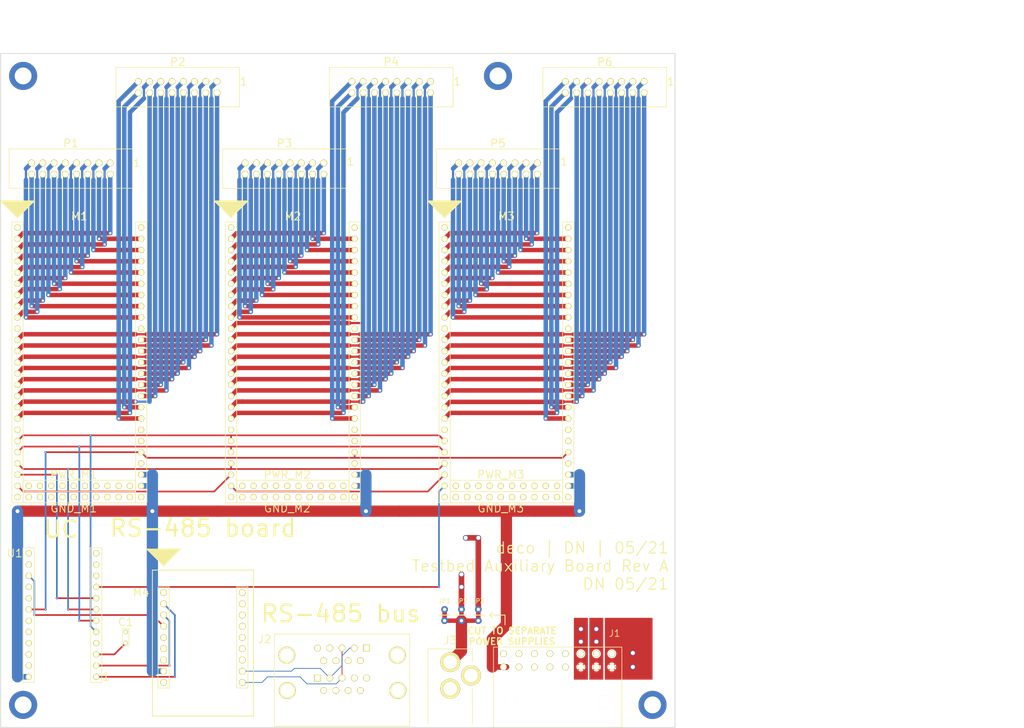
<source format=kicad_pcb>
(kicad_pcb (version 4) (host pcbnew 4.0.2-stable)
  (layers (0 F.Cu signal hide) (1 In1.Cu power hide) (2 In2.Cu power) (31 B.Cu signal) (34 B.Paste user) (35 F.Paste user) (36 B.SilkS user) (37 F.SilkS user) (38 B.Mask user) (39 F.Mask user) (44 Edge.Cuts user))
  (net 0 "")
  (net 1 +24V)
  (net 2 GND)
  (net 3 +5V)
  (net 4 "Net-(J2-Pad9)")
  (net 5 "Net-(J2-Pad8)")
  (net 6 "Net-(J2-Pad7)")
  (net 7 "Net-(J2-Pad6)")
  (net 8 "Net-(J2-Pad4)")
  (net 9 /B)
  (net 10 /A)
  (net 11 "Net-(J2-Pad1)")
  (net 12 "Net-(M1-Pad44)")
  (net 13 /BLANK)
  (net 14 /M1_3V3)
  (net 15 /PUMP+15)
  (net 16 /PUMP-15)
  (net 17 /PUMP+13)
  (net 18 /PUMP-13)
  (net 19 /PUMP+11)
  (net 20 /PUMP-11)
  (net 21 /PUMP+09)
  (net 22 /PUMP-09)
  (net 23 /PUMP+07)
  (net 24 /PUMP-07)
  (net 25 /PUMP+05)
  (net 26 /PUMP-05)
  (net 27 /PUMP+03)
  (net 28 /PUMP-03)
  (net 29 /PUMP+01)
  (net 30 /PUMP-01)
  (net 31 /PUMP-00)
  (net 32 /PUMP+00)
  (net 33 /PUMP-02)
  (net 34 /PUMP+02)
  (net 35 /PUMP-04)
  (net 36 /PUMP+04)
  (net 37 /PUMP-06)
  (net 38 /PUMP+06)
  (net 39 /PUMP-08)
  (net 40 /PUMP+08)
  (net 41 /PUMP-10)
  (net 42 /PUMP+10)
  (net 43 /PUMP-12)
  (net 44 /PUMP+12)
  (net 45 /PUMP-14)
  (net 46 /PUMP+14)
  (net 47 /GSCLK)
  (net 48 /XLAT)
  (net 49 /SCLK)
  (net 50 /SIN)
  (net 51 /M1_SOUT)
  (net 52 "Net-(M2-Pad44)")
  (net 53 /M2_3V3)
  (net 54 /PUMP+31)
  (net 55 /PUMP-31)
  (net 56 /PUMP+29)
  (net 57 /PUMP-29)
  (net 58 /PUMP+27)
  (net 59 /PUMP-27)
  (net 60 /PUMP+25)
  (net 61 /PUMP-25)
  (net 62 /PUMP+23)
  (net 63 /PUMP-23)
  (net 64 /PUMP+21)
  (net 65 /PUMP-21)
  (net 66 /PUMP+19)
  (net 67 /PUMP-19)
  (net 68 /PUMP+17)
  (net 69 /PUMP-17)
  (net 70 /PUMP-16)
  (net 71 /PUMP+16)
  (net 72 /PUMP-18)
  (net 73 /PUMP+18)
  (net 74 /PUMP-20)
  (net 75 /PUMP+20)
  (net 76 /PUMP-22)
  (net 77 /PUMP+22)
  (net 78 /PUMP-24)
  (net 79 /PUMP+24)
  (net 80 /PUMP-26)
  (net 81 /PUMP+26)
  (net 82 /PUMP-28)
  (net 83 /PUMP+28)
  (net 84 /PUMP-30)
  (net 85 /PUMP+30)
  (net 86 /M2_SOUT)
  (net 87 "Net-(M3-Pad44)")
  (net 88 /M3_3V3)
  (net 89 /PUMP+47)
  (net 90 /PUMP-47)
  (net 91 /PUMP+45)
  (net 92 /PUMP-45)
  (net 93 /PUMP+43)
  (net 94 /PUMP-43)
  (net 95 /PUMP+41)
  (net 96 /PUMP-41)
  (net 97 /PUMP+39)
  (net 98 /PUMP-39)
  (net 99 /PUMP+37)
  (net 100 /PUMP-37)
  (net 101 /PUMP+35)
  (net 102 /PUMP-35)
  (net 103 /PUMP+33)
  (net 104 /PUMP-33)
  (net 105 /PUMP-32)
  (net 106 /PUMP+32)
  (net 107 /PUMP-34)
  (net 108 /PUMP+34)
  (net 109 /PUMP-36)
  (net 110 /PUMP+36)
  (net 111 /PUMP-38)
  (net 112 /PUMP+38)
  (net 113 /PUMP-40)
  (net 114 /PUMP+40)
  (net 115 /PUMP-42)
  (net 116 /PUMP+42)
  (net 117 /PUMP-44)
  (net 118 /PUMP+44)
  (net 119 /PUMP-46)
  (net 120 /PUMP+46)
  (net 121 /M3_SOUT)
  (net 122 "Net-(M4-Pad13)")
  (net 123 "Net-(M4-Pad11)")
  (net 124 "Net-(M4-Pad9)")
  (net 125 /UC_D12)
  (net 126 /UC_RX)
  (net 127 /UC_TX)
  (net 128 "Net-(M4-Pad4)")
  (net 129 "Net-(M4-Pad6)")
  (net 130 "Net-(M4-Pad8)")
  (net 131 "Net-(M4-Pad10)")
  (net 132 "Net-(M4-Pad12)")
  (net 133 "Net-(M4-Pad14)")
  (net 134 /UC_D10)
  (net 135 /UC_D11)
  (net 136 /UC_D13)
  (net 137 /UC_A0)
  (net 138 /UC_A2)
  (net 139 "Net-(U1-Pad8)")
  (net 140 "Net-(U1-Pad6)")
  (net 141 /UC_A3)
  (net 142 /UC_NRST)
  (net 143 /UC_D7)
  (net 144 /UC_D8)
  (net 145 /UC_D9)
  (net 146 "Net-(J2-Pad13)")
  (net 147 "Net-(J2-Pad14)")
  (net 148 "Net-(J2-Pad15)")
  (net 149 "Net-(J2-Pad16)")
  (net 150 "Net-(J2-Pad17)")
  (net 151 "Net-(J2-Pad18)")
  (net 152 "Net-(J1-Pad7)")
  (net 153 "Net-(J1-Pad9)")
  (net 154 /PWR3)
  (net 155 "Net-(J1-Pad11)")
  (net 156 "Net-(J1-Pad13)")
  (net 157 /PWR2)
  (net 158 /PWR1)
  (module mods:2x_9_pin_10in (layer F.Cu) (at 60.96 148.59)
    (fp_text reference M4 (at -13.97 -10.16) (layer F.SilkS) (effects (font (size 1.778 1.778) (thickness 0.2159))))
    (fp_text value CONN_02X09 hide)
    (pad 17 thru_hole circle (at -8.89 10.16 270) (size 1.524 1.524) (drill 1.016) (layers *.Cu *.Mask F.SilkS) (net 2 GND))
    (pad 15 thru_hole circle (at -8.89 7.62 270) (size 1.524 1.524) (drill 1.016) (layers *.Cu *.Mask F.SilkS) (net 3 +5V))
    (pad 13 thru_hole circle (at -8.89 5.08 270) (size 1.524 1.524) (drill 1.016) (layers *.Cu *.Mask F.SilkS) (net 122 "Net-(M4-Pad13)"))
    (pad 11 thru_hole circle (at -8.89 2.54 270) (size 1.524 1.524) (drill 1.016) (layers *.Cu *.Mask F.SilkS) (net 123 "Net-(M4-Pad11)"))
    (pad 9 thru_hole circle (at -8.89 0 270) (size 1.524 1.524) (drill 1.016) (layers *.Cu *.Mask F.SilkS) (net 124 "Net-(M4-Pad9)"))
    (pad 7 thru_hole circle (at -8.89 -2.54 270) (size 1.524 1.524) (drill 1.016) (layers *.Cu *.Mask F.SilkS) (net 125 /UC_D12))
    (pad 5 thru_hole circle (at -8.89 -5.08 270) (size 1.524 1.524) (drill 1.016) (layers *.Cu *.Mask F.SilkS) (net 126 /UC_RX))
    (pad 3 thru_hole circle (at -8.89 -7.62 270) (size 1.524 1.524) (drill 1.016) (layers *.Cu *.Mask F.SilkS) (net 127 /UC_TX))
    (pad 1 thru_hole circle (at -8.89 -10.16 270) (size 1.524 1.524) (drill 1.016) (layers *.Cu *.Mask F.SilkS) (net 2 GND))
    (pad 2 thru_hole circle (at 8.89 -10.16 270) (size 1.524 1.524) (drill 1.016) (layers *.Cu *.Mask F.SilkS) (net 2 GND))
    (pad 4 thru_hole circle (at 8.89 -7.62 270) (size 1.524 1.524) (drill 1.016) (layers *.Cu *.Mask F.SilkS) (net 128 "Net-(M4-Pad4)"))
    (pad 6 thru_hole circle (at 8.89 -5.08 270) (size 1.524 1.524) (drill 1.016) (layers *.Cu *.Mask F.SilkS) (net 129 "Net-(M4-Pad6)"))
    (pad 8 thru_hole circle (at 8.89 -2.54 270) (size 1.524 1.524) (drill 1.016) (layers *.Cu *.Mask F.SilkS) (net 130 "Net-(M4-Pad8)"))
    (pad 10 thru_hole circle (at 8.89 0 270) (size 1.524 1.524) (drill 1.016) (layers *.Cu *.Mask F.SilkS) (net 131 "Net-(M4-Pad10)"))
    (pad 12 thru_hole circle (at 8.89 2.54 270) (size 1.524 1.524) (drill 1.016) (layers *.Cu *.Mask F.SilkS) (net 132 "Net-(M4-Pad12)"))
    (pad 14 thru_hole circle (at 8.89 5.08 270) (size 1.524 1.524) (drill 1.016) (layers *.Cu *.Mask F.SilkS) (net 133 "Net-(M4-Pad14)"))
    (pad 16 thru_hole circle (at 8.89 7.62 270) (size 1.524 1.524) (drill 1.016) (layers *.Cu *.Mask F.SilkS) (net 10 /A))
    (pad 18 thru_hole circle (at 8.89 10.16 270) (size 1.524 1.524) (drill 1.016) (layers *.Cu *.Mask F.SilkS) (net 9 /B))
  )
  (module mods:50_pin_10in (layer F.Cu) (at 33.02 86.36)
    (fp_text reference M1 (at 0 -33.02) (layer F.SilkS) (effects (font (size 1.778 1.778) (thickness 0.2159))))
    (fp_text value CONN_02X25 hide)
    (pad 50 thru_hole circle (at 13.97 30.48 270) (size 1.397 1.397) (drill 0.8128) (layers *.Cu *.Mask F.SilkS) (net 2 GND))
    (pad 48 thru_hole circle (at 13.97 27.94 270) (size 1.397 1.397) (drill 0.8128) (layers *.Cu *.Mask F.SilkS) (net 3 +5V))
    (pad 46 thru_hole circle (at 13.97 25.4 270) (size 1.397 1.397) (drill 0.8128) (layers *.Cu *.Mask F.SilkS) (net 3 +5V))
    (pad 44 thru_hole circle (at 13.97 22.86 270) (size 1.397 1.397) (drill 0.8128) (layers *.Cu *.Mask F.SilkS) (net 12 "Net-(M1-Pad44)"))
    (pad 42 thru_hole circle (at 13.97 20.32 270) (size 1.397 1.397) (drill 0.8128) (layers *.Cu *.Mask F.SilkS) (net 13 /BLANK))
    (pad 40 thru_hole circle (at 13.97 17.78 270) (size 1.397 1.397) (drill 0.8128) (layers *.Cu *.Mask F.SilkS) (net 14 /M1_3V3))
    (pad 38 thru_hole circle (at 13.97 15.24 270) (size 1.397 1.397) (drill 0.8128) (layers *.Cu *.Mask F.SilkS) (net 2 GND))
    (pad 36 thru_hole circle (at 13.97 12.7 270) (size 1.397 1.397) (drill 0.8128) (layers *.Cu *.Mask F.SilkS) (net 15 /PUMP+15))
    (pad 34 thru_hole circle (at 13.97 10.16 270) (size 1.397 1.397) (drill 0.8128) (layers *.Cu *.Mask F.SilkS) (net 16 /PUMP-15))
    (pad 32 thru_hole circle (at 13.97 7.62 270) (size 1.397 1.397) (drill 0.8128) (layers *.Cu *.Mask F.SilkS) (net 17 /PUMP+13))
    (pad 30 thru_hole circle (at 13.97 5.08 270) (size 1.397 1.397) (drill 0.8128) (layers *.Cu *.Mask F.SilkS) (net 18 /PUMP-13))
    (pad 28 thru_hole circle (at 13.97 2.54 270) (size 1.397 1.397) (drill 0.8128) (layers *.Cu *.Mask F.SilkS) (net 19 /PUMP+11))
    (pad 26 thru_hole circle (at 13.97 0 270) (size 1.397 1.397) (drill 0.8128) (layers *.Cu *.Mask F.SilkS) (net 20 /PUMP-11))
    (pad 24 thru_hole circle (at 13.97 -2.54 270) (size 1.397 1.397) (drill 0.8128) (layers *.Cu *.Mask F.SilkS) (net 21 /PUMP+09))
    (pad 22 thru_hole circle (at 13.97 -5.08 270) (size 1.397 1.397) (drill 0.8128) (layers *.Cu *.Mask F.SilkS) (net 22 /PUMP-09))
    (pad 20 thru_hole circle (at 13.97 -7.62 270) (size 1.397 1.397) (drill 0.8128) (layers *.Cu *.Mask F.SilkS) (net 2 GND))
    (pad 18 thru_hole circle (at 13.97 -10.16 270) (size 1.397 1.397) (drill 0.8128) (layers *.Cu *.Mask F.SilkS) (net 23 /PUMP+07))
    (pad 16 thru_hole circle (at 13.97 -12.7 270) (size 1.397 1.397) (drill 0.8128) (layers *.Cu *.Mask F.SilkS) (net 24 /PUMP-07))
    (pad 14 thru_hole circle (at 13.97 -15.24 270) (size 1.397 1.397) (drill 0.8128) (layers *.Cu *.Mask F.SilkS) (net 25 /PUMP+05))
    (pad 12 thru_hole circle (at 13.97 -17.78 270) (size 1.397 1.397) (drill 0.8128) (layers *.Cu *.Mask F.SilkS) (net 26 /PUMP-05))
    (pad 10 thru_hole circle (at 13.97 -20.32 270) (size 1.397 1.397) (drill 0.8128) (layers *.Cu *.Mask F.SilkS) (net 27 /PUMP+03))
    (pad 8 thru_hole circle (at 13.97 -22.86 270) (size 1.397 1.397) (drill 0.8128) (layers *.Cu *.Mask F.SilkS) (net 28 /PUMP-03))
    (pad 6 thru_hole circle (at 13.97 -25.4 270) (size 1.397 1.397) (drill 0.8128) (layers *.Cu *.Mask F.SilkS) (net 29 /PUMP+01))
    (pad 4 thru_hole circle (at 13.97 -27.94 270) (size 1.397 1.397) (drill 0.8128) (layers *.Cu *.Mask F.SilkS) (net 30 /PUMP-01))
    (pad 2 thru_hole circle (at 13.97 -30.48 270) (size 1.397 1.397) (drill 0.8128) (layers *.Cu *.Mask F.SilkS) (net 2 GND))
    (pad 1 thru_hole circle (at -13.97 -30.48 270) (size 1.397 1.397) (drill 0.8128) (layers *.Cu *.Mask F.SilkS) (net 2 GND))
    (pad 3 thru_hole circle (at -13.97 -27.94 270) (size 1.397 1.397) (drill 0.8128) (layers *.Cu *.Mask F.SilkS) (net 31 /PUMP-00))
    (pad 5 thru_hole circle (at -13.97 -25.4 270) (size 1.397 1.397) (drill 0.8128) (layers *.Cu *.Mask F.SilkS) (net 32 /PUMP+00))
    (pad 7 thru_hole circle (at -13.97 -22.86 270) (size 1.397 1.397) (drill 0.8128) (layers *.Cu *.Mask F.SilkS) (net 33 /PUMP-02))
    (pad 9 thru_hole circle (at -13.97 -20.32 270) (size 1.397 1.397) (drill 0.8128) (layers *.Cu *.Mask F.SilkS) (net 34 /PUMP+02))
    (pad 11 thru_hole circle (at -13.97 -17.78 270) (size 1.397 1.397) (drill 0.8128) (layers *.Cu *.Mask F.SilkS) (net 35 /PUMP-04))
    (pad 13 thru_hole circle (at -13.97 -15.24 270) (size 1.397 1.397) (drill 0.8128) (layers *.Cu *.Mask F.SilkS) (net 36 /PUMP+04))
    (pad 15 thru_hole circle (at -13.97 -12.7 270) (size 1.397 1.397) (drill 0.8128) (layers *.Cu *.Mask F.SilkS) (net 37 /PUMP-06))
    (pad 17 thru_hole circle (at -13.97 -10.16 270) (size 1.397 1.397) (drill 0.8128) (layers *.Cu *.Mask F.SilkS) (net 38 /PUMP+06))
    (pad 19 thru_hole circle (at -13.97 -7.62 270) (size 1.397 1.397) (drill 0.8128) (layers *.Cu *.Mask F.SilkS) (net 2 GND))
    (pad 21 thru_hole circle (at -13.97 -5.08 270) (size 1.397 1.397) (drill 0.8128) (layers *.Cu *.Mask F.SilkS) (net 39 /PUMP-08))
    (pad 23 thru_hole circle (at -13.97 -2.54 270) (size 1.397 1.397) (drill 0.8128) (layers *.Cu *.Mask F.SilkS) (net 40 /PUMP+08))
    (pad 25 thru_hole circle (at -13.97 0 270) (size 1.397 1.397) (drill 0.8128) (layers *.Cu *.Mask F.SilkS) (net 41 /PUMP-10))
    (pad 27 thru_hole circle (at -13.97 2.54 270) (size 1.397 1.397) (drill 0.8128) (layers *.Cu *.Mask F.SilkS) (net 42 /PUMP+10))
    (pad 29 thru_hole circle (at -13.97 5.08 270) (size 1.397 1.397) (drill 0.8128) (layers *.Cu *.Mask F.SilkS) (net 43 /PUMP-12))
    (pad 31 thru_hole circle (at -13.97 7.62 270) (size 1.397 1.397) (drill 0.8128) (layers *.Cu *.Mask F.SilkS) (net 44 /PUMP+12))
    (pad 33 thru_hole circle (at -13.97 10.16 270) (size 1.397 1.397) (drill 0.8128) (layers *.Cu *.Mask F.SilkS) (net 45 /PUMP-14))
    (pad 35 thru_hole circle (at -13.97 12.7 270) (size 1.397 1.397) (drill 0.8128) (layers *.Cu *.Mask F.SilkS) (net 46 /PUMP+14))
    (pad 37 thru_hole circle (at -13.97 15.24 270) (size 1.397 1.397) (drill 0.8128) (layers *.Cu *.Mask F.SilkS) (net 2 GND))
    (pad 39 thru_hole circle (at -13.97 17.78 270) (size 1.397 1.397) (drill 0.8128) (layers *.Cu *.Mask F.SilkS) (net 47 /GSCLK))
    (pad 41 thru_hole circle (at -13.97 20.32 270) (size 1.397 1.397) (drill 0.8128) (layers *.Cu *.Mask F.SilkS) (net 48 /XLAT))
    (pad 43 thru_hole circle (at -13.97 22.86 270) (size 1.397 1.397) (drill 0.8128) (layers *.Cu *.Mask F.SilkS) (net 49 /SCLK))
    (pad 45 thru_hole circle (at -13.97 25.4 270) (size 1.397 1.397) (drill 0.8128) (layers *.Cu *.Mask F.SilkS) (net 50 /SIN))
    (pad 47 thru_hole circle (at -13.97 27.94 270) (size 1.397 1.397) (drill 0.8128) (layers *.Cu *.Mask F.SilkS) (net 51 /M1_SOUT))
    (pad 49 thru_hole circle (at -13.97 30.48 270) (size 1.397 1.397) (drill 0.8128) (layers *.Cu *.Mask F.SilkS) (net 2 GND))
  )
  (module mods:24_pin_10in (layer F.Cu) (at 29.21 143.51 180)
    (fp_text reference U1 (at 10.795 13.97 180) (layer F.SilkS) (effects (font (size 1.778 1.778) (thickness 0.2159))))
    (fp_text value CONN_02X12 hide)
    (pad 24 thru_hole circle (at 7.62 13.97 90) (size 1.397 1.397) (drill 0.8128) (layers *.Cu *.Mask F.SilkS) (net 134 /UC_D10))
    (pad 22 thru_hole circle (at 7.62 11.43 90) (size 1.397 1.397) (drill 0.8128) (layers *.Cu *.Mask F.SilkS) (net 135 /UC_D11))
    (pad 20 thru_hole circle (at 7.62 8.89 90) (size 1.397 1.397) (drill 0.8128) (layers *.Cu *.Mask F.SilkS) (net 125 /UC_D12))
    (pad 18 thru_hole circle (at 7.62 6.35 90) (size 1.397 1.397) (drill 0.8128) (layers *.Cu *.Mask F.SilkS) (net 136 /UC_D13))
    (pad 16 thru_hole circle (at 7.62 3.81 90) (size 1.397 1.397) (drill 0.8128) (layers *.Cu *.Mask F.SilkS) (net 137 /UC_A0))
    (pad 14 thru_hole circle (at 7.62 1.27 90) (size 1.397 1.397) (drill 0.8128) (layers *.Cu *.Mask F.SilkS) (net 13 /BLANK))
    (pad 12 thru_hole circle (at 7.62 -1.27 90) (size 1.397 1.397) (drill 0.8128) (layers *.Cu *.Mask F.SilkS) (net 138 /UC_A2))
    (pad 8 thru_hole circle (at 7.62 -6.35 90) (size 1.397 1.397) (drill 0.8128) (layers *.Cu *.Mask F.SilkS) (net 139 "Net-(U1-Pad8)"))
    (pad 6 thru_hole circle (at 7.62 -8.89 90) (size 1.397 1.397) (drill 0.8128) (layers *.Cu *.Mask F.SilkS) (net 140 "Net-(U1-Pad6)"))
    (pad 4 thru_hole circle (at 7.62 -11.43 90) (size 1.397 1.397) (drill 0.8128) (layers *.Cu *.Mask F.SilkS) (net 2 GND))
    (pad 2 thru_hole circle (at 7.62 -13.97 90) (size 1.397 1.397) (drill 0.8128) (layers *.Cu *.Mask F.SilkS) (net 3 +5V))
    (pad 10 thru_hole circle (at 7.62 -3.81 90) (size 1.397 1.397) (drill 0.8128) (layers *.Cu *.Mask F.SilkS) (net 141 /UC_A3))
    (pad 9 thru_hole circle (at -7.62 -3.81 90) (size 1.397 1.397) (drill 0.8128) (layers *.Cu *.Mask F.SilkS) (net 47 /GSCLK))
    (pad 1 thru_hole circle (at -7.62 -13.97 90) (size 1.397 1.397) (drill 0.8128) (layers *.Cu *.Mask F.SilkS) (net 127 /UC_TX))
    (pad 3 thru_hole circle (at -7.62 -11.43 90) (size 1.397 1.397) (drill 0.8128) (layers *.Cu *.Mask F.SilkS) (net 126 /UC_RX))
    (pad 5 thru_hole circle (at -7.62 -8.89 90) (size 1.397 1.397) (drill 0.8128) (layers *.Cu *.Mask F.SilkS) (net 142 /UC_NRST))
    (pad 7 thru_hole circle (at -7.62 -6.35 90) (size 1.397 1.397) (drill 0.8128) (layers *.Cu *.Mask F.SilkS) (net 2 GND))
    (pad 11 thru_hole circle (at -7.62 -1.27 90) (size 1.397 1.397) (drill 0.8128) (layers *.Cu *.Mask F.SilkS) (net 48 /XLAT))
    (pad 13 thru_hole circle (at -7.62 1.27 90) (size 1.397 1.397) (drill 0.8128) (layers *.Cu *.Mask F.SilkS) (net 49 /SCLK))
    (pad 15 thru_hole circle (at -7.62 3.81 90) (size 1.397 1.397) (drill 0.8128) (layers *.Cu *.Mask F.SilkS) (net 50 /SIN))
    (pad 17 thru_hole circle (at -7.62 6.35 90) (size 1.397 1.397) (drill 0.8128) (layers *.Cu *.Mask F.SilkS) (net 121 /M3_SOUT))
    (pad 19 thru_hole circle (at -7.62 8.89 90) (size 1.397 1.397) (drill 0.8128) (layers *.Cu *.Mask F.SilkS) (net 143 /UC_D7))
    (pad 21 thru_hole circle (at -7.62 11.43 90) (size 1.397 1.397) (drill 0.8128) (layers *.Cu *.Mask F.SilkS) (net 144 /UC_D8))
    (pad 23 thru_hole circle (at -7.62 13.97 90) (size 1.397 1.397) (drill 0.8128) (layers *.Cu *.Mask F.SilkS) (net 145 /UC_D9))
  )
  (module mods:DB9FC (layer F.Cu) (at 92.3925 152.4)
    (fp_text reference J2 (at -17.4625 -3.429) (layer F.SilkS) (effects (font (size 1.778 1.778) (thickness 0.2159))))
    (fp_text value 2xDB9 hide)
    (pad 9 thru_hole circle (at 4.1529 8.1788) (size 1.524 1.524) (drill 1.016) (layers *.Cu *.Mask F.SilkS) (net 4 "Net-(J2-Pad9)"))
    (pad 8 thru_hole circle (at 1.3843 8.1788) (size 1.524 1.524) (drill 1.016) (layers *.Cu *.Mask F.SilkS) (net 5 "Net-(J2-Pad8)"))
    (pad 7 thru_hole circle (at -1.3843 8.1788) (size 1.524 1.524) (drill 1.016) (layers *.Cu *.Mask F.SilkS) (net 6 "Net-(J2-Pad7)"))
    (pad 6 thru_hole circle (at -4.1529 8.1788) (size 1.524 1.524) (drill 1.016) (layers *.Cu *.Mask F.SilkS) (net 7 "Net-(J2-Pad6)"))
    (pad 5 thru_hole circle (at 5.5372 5.334) (size 1.524 1.524) (drill 1.016) (layers *.Cu *.Mask F.SilkS) (net 2 GND))
    (pad 4 thru_hole circle (at 2.7686 5.334) (size 1.524 1.524) (drill 1.016) (layers *.Cu *.Mask F.SilkS) (net 8 "Net-(J2-Pad4)"))
    (pad 3 thru_hole circle (at 0 5.334) (size 1.524 1.524) (drill 1.016) (layers *.Cu *.Mask F.SilkS) (net 9 /B))
    (pad 2 thru_hole circle (at -2.7686 5.334) (size 1.524 1.524) (drill 1.016) (layers *.Cu *.Mask F.SilkS) (net 10 /A))
    (pad 1 thru_hole rect (at -5.5372 5.334) (size 1.524 1.524) (drill 1.016) (layers *.Cu *.Mask F.SilkS) (net 11 "Net-(J2-Pad1)"))
    (pad "" thru_hole circle (at 12.6238 8.1788 180) (size 3.81 3.81) (drill 3.048) (layers *.Cu *.Mask F.SilkS))
    (pad "" thru_hole circle (at -12.3698 8.1788 180) (size 3.81 3.81) (drill 3.048) (layers *.Cu *.Mask F.SilkS))
    (pad "" thru_hole circle (at 12.4968 0.1778) (size 3.81 3.81) (drill 3.048) (layers *.Cu *.Mask F.SilkS))
    (pad "" thru_hole circle (at -12.4968 0.1778) (size 3.81 3.81) (drill 3.048) (layers *.Cu *.Mask F.SilkS))
    (pad 10 thru_hole rect (at 5.5372 -1.4224 180) (size 1.524 1.524) (drill 1.016) (layers *.Cu *.Mask F.SilkS) (net 2 GND))
    (pad 11 thru_hole circle (at 2.7686 -1.4224 180) (size 1.524 1.524) (drill 1.016) (layers *.Cu *.Mask F.SilkS) (net 10 /A))
    (pad 12 thru_hole circle (at 0 -1.4224 180) (size 1.524 1.524) (drill 1.016) (layers *.Cu *.Mask F.SilkS) (net 9 /B))
    (pad 13 thru_hole circle (at -2.7686 -1.4224 180) (size 1.524 1.524) (drill 1.016) (layers *.Cu *.Mask F.SilkS) (net 146 "Net-(J2-Pad13)"))
    (pad 14 thru_hole circle (at -5.5372 -1.4224 180) (size 1.524 1.524) (drill 1.016) (layers *.Cu *.Mask F.SilkS) (net 147 "Net-(J2-Pad14)"))
    (pad 15 thru_hole circle (at 4.1529 1.4224 180) (size 1.524 1.524) (drill 1.016) (layers *.Cu *.Mask F.SilkS) (net 148 "Net-(J2-Pad15)"))
    (pad 16 thru_hole circle (at 1.3843 1.4224 180) (size 1.524 1.524) (drill 1.016) (layers *.Cu *.Mask F.SilkS) (net 149 "Net-(J2-Pad16)"))
    (pad 17 thru_hole circle (at -1.3843 1.4224 180) (size 1.524 1.524) (drill 1.016) (layers *.Cu *.Mask F.SilkS) (net 150 "Net-(J2-Pad17)"))
    (pad 18 thru_hole circle (at -4.1529 1.4224 180) (size 1.524 1.524) (drill 1.016) (layers *.Cu *.Mask F.SilkS) (net 151 "Net-(J2-Pad18)"))
  )
  (module mods:50_pin_10in (layer F.Cu) (at 81.28 86.36)
    (fp_text reference M2 (at 0 -33.02) (layer F.SilkS) (effects (font (size 1.778 1.778) (thickness 0.2159))))
    (fp_text value CONN_02X25 hide)
    (pad 50 thru_hole circle (at 13.97 30.48 270) (size 1.397 1.397) (drill 0.8128) (layers *.Cu *.Mask F.SilkS) (net 2 GND))
    (pad 48 thru_hole circle (at 13.97 27.94 270) (size 1.397 1.397) (drill 0.8128) (layers *.Cu *.Mask F.SilkS) (net 3 +5V))
    (pad 46 thru_hole circle (at 13.97 25.4 270) (size 1.397 1.397) (drill 0.8128) (layers *.Cu *.Mask F.SilkS) (net 3 +5V))
    (pad 44 thru_hole circle (at 13.97 22.86 270) (size 1.397 1.397) (drill 0.8128) (layers *.Cu *.Mask F.SilkS) (net 52 "Net-(M2-Pad44)"))
    (pad 42 thru_hole circle (at 13.97 20.32 270) (size 1.397 1.397) (drill 0.8128) (layers *.Cu *.Mask F.SilkS) (net 13 /BLANK))
    (pad 40 thru_hole circle (at 13.97 17.78 270) (size 1.397 1.397) (drill 0.8128) (layers *.Cu *.Mask F.SilkS) (net 53 /M2_3V3))
    (pad 38 thru_hole circle (at 13.97 15.24 270) (size 1.397 1.397) (drill 0.8128) (layers *.Cu *.Mask F.SilkS) (net 2 GND))
    (pad 36 thru_hole circle (at 13.97 12.7 270) (size 1.397 1.397) (drill 0.8128) (layers *.Cu *.Mask F.SilkS) (net 54 /PUMP+31))
    (pad 34 thru_hole circle (at 13.97 10.16 270) (size 1.397 1.397) (drill 0.8128) (layers *.Cu *.Mask F.SilkS) (net 55 /PUMP-31))
    (pad 32 thru_hole circle (at 13.97 7.62 270) (size 1.397 1.397) (drill 0.8128) (layers *.Cu *.Mask F.SilkS) (net 56 /PUMP+29))
    (pad 30 thru_hole circle (at 13.97 5.08 270) (size 1.397 1.397) (drill 0.8128) (layers *.Cu *.Mask F.SilkS) (net 57 /PUMP-29))
    (pad 28 thru_hole circle (at 13.97 2.54 270) (size 1.397 1.397) (drill 0.8128) (layers *.Cu *.Mask F.SilkS) (net 58 /PUMP+27))
    (pad 26 thru_hole circle (at 13.97 0 270) (size 1.397 1.397) (drill 0.8128) (layers *.Cu *.Mask F.SilkS) (net 59 /PUMP-27))
    (pad 24 thru_hole circle (at 13.97 -2.54 270) (size 1.397 1.397) (drill 0.8128) (layers *.Cu *.Mask F.SilkS) (net 60 /PUMP+25))
    (pad 22 thru_hole circle (at 13.97 -5.08 270) (size 1.397 1.397) (drill 0.8128) (layers *.Cu *.Mask F.SilkS) (net 61 /PUMP-25))
    (pad 20 thru_hole circle (at 13.97 -7.62 270) (size 1.397 1.397) (drill 0.8128) (layers *.Cu *.Mask F.SilkS) (net 2 GND))
    (pad 18 thru_hole circle (at 13.97 -10.16 270) (size 1.397 1.397) (drill 0.8128) (layers *.Cu *.Mask F.SilkS) (net 62 /PUMP+23))
    (pad 16 thru_hole circle (at 13.97 -12.7 270) (size 1.397 1.397) (drill 0.8128) (layers *.Cu *.Mask F.SilkS) (net 63 /PUMP-23))
    (pad 14 thru_hole circle (at 13.97 -15.24 270) (size 1.397 1.397) (drill 0.8128) (layers *.Cu *.Mask F.SilkS) (net 64 /PUMP+21))
    (pad 12 thru_hole circle (at 13.97 -17.78 270) (size 1.397 1.397) (drill 0.8128) (layers *.Cu *.Mask F.SilkS) (net 65 /PUMP-21))
    (pad 10 thru_hole circle (at 13.97 -20.32 270) (size 1.397 1.397) (drill 0.8128) (layers *.Cu *.Mask F.SilkS) (net 66 /PUMP+19))
    (pad 8 thru_hole circle (at 13.97 -22.86 270) (size 1.397 1.397) (drill 0.8128) (layers *.Cu *.Mask F.SilkS) (net 67 /PUMP-19))
    (pad 6 thru_hole circle (at 13.97 -25.4 270) (size 1.397 1.397) (drill 0.8128) (layers *.Cu *.Mask F.SilkS) (net 68 /PUMP+17))
    (pad 4 thru_hole circle (at 13.97 -27.94 270) (size 1.397 1.397) (drill 0.8128) (layers *.Cu *.Mask F.SilkS) (net 69 /PUMP-17))
    (pad 2 thru_hole circle (at 13.97 -30.48 270) (size 1.397 1.397) (drill 0.8128) (layers *.Cu *.Mask F.SilkS) (net 2 GND))
    (pad 1 thru_hole circle (at -13.97 -30.48 270) (size 1.397 1.397) (drill 0.8128) (layers *.Cu *.Mask F.SilkS) (net 2 GND))
    (pad 3 thru_hole circle (at -13.97 -27.94 270) (size 1.397 1.397) (drill 0.8128) (layers *.Cu *.Mask F.SilkS) (net 70 /PUMP-16))
    (pad 5 thru_hole circle (at -13.97 -25.4 270) (size 1.397 1.397) (drill 0.8128) (layers *.Cu *.Mask F.SilkS) (net 71 /PUMP+16))
    (pad 7 thru_hole circle (at -13.97 -22.86 270) (size 1.397 1.397) (drill 0.8128) (layers *.Cu *.Mask F.SilkS) (net 72 /PUMP-18))
    (pad 9 thru_hole circle (at -13.97 -20.32 270) (size 1.397 1.397) (drill 0.8128) (layers *.Cu *.Mask F.SilkS) (net 73 /PUMP+18))
    (pad 11 thru_hole circle (at -13.97 -17.78 270) (size 1.397 1.397) (drill 0.8128) (layers *.Cu *.Mask F.SilkS) (net 74 /PUMP-20))
    (pad 13 thru_hole circle (at -13.97 -15.24 270) (size 1.397 1.397) (drill 0.8128) (layers *.Cu *.Mask F.SilkS) (net 75 /PUMP+20))
    (pad 15 thru_hole circle (at -13.97 -12.7 270) (size 1.397 1.397) (drill 0.8128) (layers *.Cu *.Mask F.SilkS) (net 76 /PUMP-22))
    (pad 17 thru_hole circle (at -13.97 -10.16 270) (size 1.397 1.397) (drill 0.8128) (layers *.Cu *.Mask F.SilkS) (net 77 /PUMP+22))
    (pad 19 thru_hole circle (at -13.97 -7.62 270) (size 1.397 1.397) (drill 0.8128) (layers *.Cu *.Mask F.SilkS) (net 2 GND))
    (pad 21 thru_hole circle (at -13.97 -5.08 270) (size 1.397 1.397) (drill 0.8128) (layers *.Cu *.Mask F.SilkS) (net 78 /PUMP-24))
    (pad 23 thru_hole circle (at -13.97 -2.54 270) (size 1.397 1.397) (drill 0.8128) (layers *.Cu *.Mask F.SilkS) (net 79 /PUMP+24))
    (pad 25 thru_hole circle (at -13.97 0 270) (size 1.397 1.397) (drill 0.8128) (layers *.Cu *.Mask F.SilkS) (net 80 /PUMP-26))
    (pad 27 thru_hole circle (at -13.97 2.54 270) (size 1.397 1.397) (drill 0.8128) (layers *.Cu *.Mask F.SilkS) (net 81 /PUMP+26))
    (pad 29 thru_hole circle (at -13.97 5.08 270) (size 1.397 1.397) (drill 0.8128) (layers *.Cu *.Mask F.SilkS) (net 82 /PUMP-28))
    (pad 31 thru_hole circle (at -13.97 7.62 270) (size 1.397 1.397) (drill 0.8128) (layers *.Cu *.Mask F.SilkS) (net 83 /PUMP+28))
    (pad 33 thru_hole circle (at -13.97 10.16 270) (size 1.397 1.397) (drill 0.8128) (layers *.Cu *.Mask F.SilkS) (net 84 /PUMP-30))
    (pad 35 thru_hole circle (at -13.97 12.7 270) (size 1.397 1.397) (drill 0.8128) (layers *.Cu *.Mask F.SilkS) (net 85 /PUMP+30))
    (pad 37 thru_hole circle (at -13.97 15.24 270) (size 1.397 1.397) (drill 0.8128) (layers *.Cu *.Mask F.SilkS) (net 2 GND))
    (pad 39 thru_hole circle (at -13.97 17.78 270) (size 1.397 1.397) (drill 0.8128) (layers *.Cu *.Mask F.SilkS) (net 47 /GSCLK))
    (pad 41 thru_hole circle (at -13.97 20.32 270) (size 1.397 1.397) (drill 0.8128) (layers *.Cu *.Mask F.SilkS) (net 48 /XLAT))
    (pad 43 thru_hole circle (at -13.97 22.86 270) (size 1.397 1.397) (drill 0.8128) (layers *.Cu *.Mask F.SilkS) (net 49 /SCLK))
    (pad 45 thru_hole circle (at -13.97 25.4 270) (size 1.397 1.397) (drill 0.8128) (layers *.Cu *.Mask F.SilkS) (net 51 /M1_SOUT))
    (pad 47 thru_hole circle (at -13.97 27.94 270) (size 1.397 1.397) (drill 0.8128) (layers *.Cu *.Mask F.SilkS) (net 86 /M2_SOUT))
    (pad 49 thru_hole circle (at -13.97 30.48 270) (size 1.397 1.397) (drill 0.8128) (layers *.Cu *.Mask F.SilkS) (net 2 GND))
  )
  (module mods:50_pin_10in (layer F.Cu) (at 129.54 86.36)
    (fp_text reference M3 (at 0 -33.02) (layer F.SilkS) (effects (font (size 1.778 1.778) (thickness 0.2159))))
    (fp_text value CONN_02X25 hide)
    (pad 50 thru_hole circle (at 13.97 30.48 270) (size 1.397 1.397) (drill 0.8128) (layers *.Cu *.Mask F.SilkS) (net 2 GND))
    (pad 48 thru_hole circle (at 13.97 27.94 270) (size 1.397 1.397) (drill 0.8128) (layers *.Cu *.Mask F.SilkS) (net 3 +5V))
    (pad 46 thru_hole circle (at 13.97 25.4 270) (size 1.397 1.397) (drill 0.8128) (layers *.Cu *.Mask F.SilkS) (net 3 +5V))
    (pad 44 thru_hole circle (at 13.97 22.86 270) (size 1.397 1.397) (drill 0.8128) (layers *.Cu *.Mask F.SilkS) (net 87 "Net-(M3-Pad44)"))
    (pad 42 thru_hole circle (at 13.97 20.32 270) (size 1.397 1.397) (drill 0.8128) (layers *.Cu *.Mask F.SilkS) (net 13 /BLANK))
    (pad 40 thru_hole circle (at 13.97 17.78 270) (size 1.397 1.397) (drill 0.8128) (layers *.Cu *.Mask F.SilkS) (net 88 /M3_3V3))
    (pad 38 thru_hole circle (at 13.97 15.24 270) (size 1.397 1.397) (drill 0.8128) (layers *.Cu *.Mask F.SilkS) (net 2 GND))
    (pad 36 thru_hole circle (at 13.97 12.7 270) (size 1.397 1.397) (drill 0.8128) (layers *.Cu *.Mask F.SilkS) (net 89 /PUMP+47))
    (pad 34 thru_hole circle (at 13.97 10.16 270) (size 1.397 1.397) (drill 0.8128) (layers *.Cu *.Mask F.SilkS) (net 90 /PUMP-47))
    (pad 32 thru_hole circle (at 13.97 7.62 270) (size 1.397 1.397) (drill 0.8128) (layers *.Cu *.Mask F.SilkS) (net 91 /PUMP+45))
    (pad 30 thru_hole circle (at 13.97 5.08 270) (size 1.397 1.397) (drill 0.8128) (layers *.Cu *.Mask F.SilkS) (net 92 /PUMP-45))
    (pad 28 thru_hole circle (at 13.97 2.54 270) (size 1.397 1.397) (drill 0.8128) (layers *.Cu *.Mask F.SilkS) (net 93 /PUMP+43))
    (pad 26 thru_hole circle (at 13.97 0 270) (size 1.397 1.397) (drill 0.8128) (layers *.Cu *.Mask F.SilkS) (net 94 /PUMP-43))
    (pad 24 thru_hole circle (at 13.97 -2.54 270) (size 1.397 1.397) (drill 0.8128) (layers *.Cu *.Mask F.SilkS) (net 95 /PUMP+41))
    (pad 22 thru_hole circle (at 13.97 -5.08 270) (size 1.397 1.397) (drill 0.8128) (layers *.Cu *.Mask F.SilkS) (net 96 /PUMP-41))
    (pad 20 thru_hole circle (at 13.97 -7.62 270) (size 1.397 1.397) (drill 0.8128) (layers *.Cu *.Mask F.SilkS) (net 2 GND))
    (pad 18 thru_hole circle (at 13.97 -10.16 270) (size 1.397 1.397) (drill 0.8128) (layers *.Cu *.Mask F.SilkS) (net 97 /PUMP+39))
    (pad 16 thru_hole circle (at 13.97 -12.7 270) (size 1.397 1.397) (drill 0.8128) (layers *.Cu *.Mask F.SilkS) (net 98 /PUMP-39))
    (pad 14 thru_hole circle (at 13.97 -15.24 270) (size 1.397 1.397) (drill 0.8128) (layers *.Cu *.Mask F.SilkS) (net 99 /PUMP+37))
    (pad 12 thru_hole circle (at 13.97 -17.78 270) (size 1.397 1.397) (drill 0.8128) (layers *.Cu *.Mask F.SilkS) (net 100 /PUMP-37))
    (pad 10 thru_hole circle (at 13.97 -20.32 270) (size 1.397 1.397) (drill 0.8128) (layers *.Cu *.Mask F.SilkS) (net 101 /PUMP+35))
    (pad 8 thru_hole circle (at 13.97 -22.86 270) (size 1.397 1.397) (drill 0.8128) (layers *.Cu *.Mask F.SilkS) (net 102 /PUMP-35))
    (pad 6 thru_hole circle (at 13.97 -25.4 270) (size 1.397 1.397) (drill 0.8128) (layers *.Cu *.Mask F.SilkS) (net 103 /PUMP+33))
    (pad 4 thru_hole circle (at 13.97 -27.94 270) (size 1.397 1.397) (drill 0.8128) (layers *.Cu *.Mask F.SilkS) (net 104 /PUMP-33))
    (pad 2 thru_hole circle (at 13.97 -30.48 270) (size 1.397 1.397) (drill 0.8128) (layers *.Cu *.Mask F.SilkS) (net 2 GND))
    (pad 1 thru_hole circle (at -13.97 -30.48 270) (size 1.397 1.397) (drill 0.8128) (layers *.Cu *.Mask F.SilkS) (net 2 GND))
    (pad 3 thru_hole circle (at -13.97 -27.94 270) (size 1.397 1.397) (drill 0.8128) (layers *.Cu *.Mask F.SilkS) (net 105 /PUMP-32))
    (pad 5 thru_hole circle (at -13.97 -25.4 270) (size 1.397 1.397) (drill 0.8128) (layers *.Cu *.Mask F.SilkS) (net 106 /PUMP+32))
    (pad 7 thru_hole circle (at -13.97 -22.86 270) (size 1.397 1.397) (drill 0.8128) (layers *.Cu *.Mask F.SilkS) (net 107 /PUMP-34))
    (pad 9 thru_hole circle (at -13.97 -20.32 270) (size 1.397 1.397) (drill 0.8128) (layers *.Cu *.Mask F.SilkS) (net 108 /PUMP+34))
    (pad 11 thru_hole circle (at -13.97 -17.78 270) (size 1.397 1.397) (drill 0.8128) (layers *.Cu *.Mask F.SilkS) (net 109 /PUMP-36))
    (pad 13 thru_hole circle (at -13.97 -15.24 270) (size 1.397 1.397) (drill 0.8128) (layers *.Cu *.Mask F.SilkS) (net 110 /PUMP+36))
    (pad 15 thru_hole circle (at -13.97 -12.7 270) (size 1.397 1.397) (drill 0.8128) (layers *.Cu *.Mask F.SilkS) (net 111 /PUMP-38))
    (pad 17 thru_hole circle (at -13.97 -10.16 270) (size 1.397 1.397) (drill 0.8128) (layers *.Cu *.Mask F.SilkS) (net 112 /PUMP+38))
    (pad 19 thru_hole circle (at -13.97 -7.62 270) (size 1.397 1.397) (drill 0.8128) (layers *.Cu *.Mask F.SilkS) (net 2 GND))
    (pad 21 thru_hole circle (at -13.97 -5.08 270) (size 1.397 1.397) (drill 0.8128) (layers *.Cu *.Mask F.SilkS) (net 113 /PUMP-40))
    (pad 23 thru_hole circle (at -13.97 -2.54 270) (size 1.397 1.397) (drill 0.8128) (layers *.Cu *.Mask F.SilkS) (net 114 /PUMP+40))
    (pad 25 thru_hole circle (at -13.97 0 270) (size 1.397 1.397) (drill 0.8128) (layers *.Cu *.Mask F.SilkS) (net 115 /PUMP-42))
    (pad 27 thru_hole circle (at -13.97 2.54 270) (size 1.397 1.397) (drill 0.8128) (layers *.Cu *.Mask F.SilkS) (net 116 /PUMP+42))
    (pad 29 thru_hole circle (at -13.97 5.08 270) (size 1.397 1.397) (drill 0.8128) (layers *.Cu *.Mask F.SilkS) (net 117 /PUMP-44))
    (pad 31 thru_hole circle (at -13.97 7.62 270) (size 1.397 1.397) (drill 0.8128) (layers *.Cu *.Mask F.SilkS) (net 118 /PUMP+44))
    (pad 33 thru_hole circle (at -13.97 10.16 270) (size 1.397 1.397) (drill 0.8128) (layers *.Cu *.Mask F.SilkS) (net 119 /PUMP-46))
    (pad 35 thru_hole circle (at -13.97 12.7 270) (size 1.397 1.397) (drill 0.8128) (layers *.Cu *.Mask F.SilkS) (net 120 /PUMP+46))
    (pad 37 thru_hole circle (at -13.97 15.24 270) (size 1.397 1.397) (drill 0.8128) (layers *.Cu *.Mask F.SilkS) (net 2 GND))
    (pad 39 thru_hole circle (at -13.97 17.78 270) (size 1.397 1.397) (drill 0.8128) (layers *.Cu *.Mask F.SilkS) (net 47 /GSCLK))
    (pad 41 thru_hole circle (at -13.97 20.32 270) (size 1.397 1.397) (drill 0.8128) (layers *.Cu *.Mask F.SilkS) (net 48 /XLAT))
    (pad 43 thru_hole circle (at -13.97 22.86 270) (size 1.397 1.397) (drill 0.8128) (layers *.Cu *.Mask F.SilkS) (net 49 /SCLK))
    (pad 45 thru_hole circle (at -13.97 25.4 270) (size 1.397 1.397) (drill 0.8128) (layers *.Cu *.Mask F.SilkS) (net 86 /M2_SOUT))
    (pad 47 thru_hole circle (at -13.97 27.94 270) (size 1.397 1.397) (drill 0.8128) (layers *.Cu *.Mask F.SilkS) (net 121 /M3_SOUT))
    (pad 49 thru_hole circle (at -13.97 30.48 270) (size 1.397 1.397) (drill 0.8128) (layers *.Cu *.Mask F.SilkS) (net 2 GND))
  )
  (module mods:2x8_conn_10in (layer F.Cu) (at 31.115 42.545 180)
    (fp_text reference P1 (at 0 5.715 180) (layer F.SilkS) (effects (font (size 1.778 1.778) (thickness 0.2159))))
    (fp_text value CONN_02X08 hide)
    (pad 1 thru_hole circle (at -8.89 1.27 180) (size 1.524 1.524) (drill 1.016) (layers *.Cu *.Mask F.SilkS) (net 32 /PUMP+00))
    (pad 2 thru_hole circle (at -8.89 -1.27 180) (size 1.524 1.524) (drill 1.016) (layers *.Cu *.Mask F.SilkS) (net 31 /PUMP-00))
    (pad 3 thru_hole circle (at -6.35 1.27 180) (size 1.524 1.524) (drill 1.016) (layers *.Cu *.Mask F.SilkS) (net 29 /PUMP+01))
    (pad 4 thru_hole circle (at -6.35 -1.27 180) (size 1.524 1.524) (drill 1.016) (layers *.Cu *.Mask F.SilkS) (net 30 /PUMP-01))
    (pad 5 thru_hole circle (at -3.81 1.27 180) (size 1.524 1.524) (drill 1.016) (layers *.Cu *.Mask F.SilkS) (net 34 /PUMP+02))
    (pad 6 thru_hole circle (at -3.81 -1.27 180) (size 1.524 1.524) (drill 1.016) (layers *.Cu *.Mask F.SilkS) (net 33 /PUMP-02))
    (pad 7 thru_hole circle (at -1.27 1.27 180) (size 1.524 1.524) (drill 1.016) (layers *.Cu *.Mask F.SilkS) (net 27 /PUMP+03))
    (pad 8 thru_hole circle (at -1.27 -1.27 180) (size 1.524 1.524) (drill 1.016) (layers *.Cu *.Mask F.SilkS) (net 28 /PUMP-03))
    (pad 9 thru_hole circle (at 1.27 1.27 180) (size 1.524 1.524) (drill 1.016) (layers *.Cu *.Mask F.SilkS) (net 36 /PUMP+04))
    (pad 10 thru_hole circle (at 1.27 -1.27 180) (size 1.524 1.524) (drill 1.016) (layers *.Cu *.Mask F.SilkS) (net 35 /PUMP-04))
    (pad 11 thru_hole circle (at 3.81 1.27 180) (size 1.524 1.524) (drill 1.016) (layers *.Cu *.Mask F.SilkS) (net 25 /PUMP+05))
    (pad 12 thru_hole circle (at 3.81 -1.27 180) (size 1.524 1.524) (drill 1.016) (layers *.Cu *.Mask F.SilkS) (net 26 /PUMP-05))
    (pad 13 thru_hole circle (at 6.35 1.27 180) (size 1.524 1.524) (drill 1.016) (layers *.Cu *.Mask F.SilkS) (net 38 /PUMP+06))
    (pad 14 thru_hole circle (at 6.35 -1.27 180) (size 1.524 1.524) (drill 1.016) (layers *.Cu *.Mask F.SilkS) (net 37 /PUMP-06))
    (pad 15 thru_hole circle (at 8.89 1.27 180) (size 1.524 1.524) (drill 1.016) (layers *.Cu *.Mask F.SilkS) (net 23 /PUMP+07))
    (pad 16 thru_hole circle (at 8.89 -1.27 180) (size 1.524 1.524) (drill 1.016) (layers *.Cu *.Mask F.SilkS) (net 24 /PUMP-07))
  )
  (module mods:2x8_conn_10in (layer F.Cu) (at 55.245 24.13 180)
    (fp_text reference P2 (at 0 5.715 180) (layer F.SilkS) (effects (font (size 1.778 1.778) (thickness 0.2159))))
    (fp_text value CONN_02X08 hide)
    (pad 1 thru_hole circle (at -8.89 1.27 180) (size 1.524 1.524) (drill 1.016) (layers *.Cu *.Mask F.SilkS) (net 40 /PUMP+08))
    (pad 2 thru_hole circle (at -8.89 -1.27 180) (size 1.524 1.524) (drill 1.016) (layers *.Cu *.Mask F.SilkS) (net 39 /PUMP-08))
    (pad 3 thru_hole circle (at -6.35 1.27 180) (size 1.524 1.524) (drill 1.016) (layers *.Cu *.Mask F.SilkS) (net 21 /PUMP+09))
    (pad 4 thru_hole circle (at -6.35 -1.27 180) (size 1.524 1.524) (drill 1.016) (layers *.Cu *.Mask F.SilkS) (net 22 /PUMP-09))
    (pad 5 thru_hole circle (at -3.81 1.27 180) (size 1.524 1.524) (drill 1.016) (layers *.Cu *.Mask F.SilkS) (net 42 /PUMP+10))
    (pad 6 thru_hole circle (at -3.81 -1.27 180) (size 1.524 1.524) (drill 1.016) (layers *.Cu *.Mask F.SilkS) (net 41 /PUMP-10))
    (pad 7 thru_hole circle (at -1.27 1.27 180) (size 1.524 1.524) (drill 1.016) (layers *.Cu *.Mask F.SilkS) (net 19 /PUMP+11))
    (pad 8 thru_hole circle (at -1.27 -1.27 180) (size 1.524 1.524) (drill 1.016) (layers *.Cu *.Mask F.SilkS) (net 20 /PUMP-11))
    (pad 9 thru_hole circle (at 1.27 1.27 180) (size 1.524 1.524) (drill 1.016) (layers *.Cu *.Mask F.SilkS) (net 44 /PUMP+12))
    (pad 10 thru_hole circle (at 1.27 -1.27 180) (size 1.524 1.524) (drill 1.016) (layers *.Cu *.Mask F.SilkS) (net 43 /PUMP-12))
    (pad 11 thru_hole circle (at 3.81 1.27 180) (size 1.524 1.524) (drill 1.016) (layers *.Cu *.Mask F.SilkS) (net 17 /PUMP+13))
    (pad 12 thru_hole circle (at 3.81 -1.27 180) (size 1.524 1.524) (drill 1.016) (layers *.Cu *.Mask F.SilkS) (net 18 /PUMP-13))
    (pad 13 thru_hole circle (at 6.35 1.27 180) (size 1.524 1.524) (drill 1.016) (layers *.Cu *.Mask F.SilkS) (net 46 /PUMP+14))
    (pad 14 thru_hole circle (at 6.35 -1.27 180) (size 1.524 1.524) (drill 1.016) (layers *.Cu *.Mask F.SilkS) (net 45 /PUMP-14))
    (pad 15 thru_hole circle (at 8.89 1.27 180) (size 1.524 1.524) (drill 1.016) (layers *.Cu *.Mask F.SilkS) (net 15 /PUMP+15))
    (pad 16 thru_hole circle (at 8.89 -1.27 180) (size 1.524 1.524) (drill 1.016) (layers *.Cu *.Mask F.SilkS) (net 16 /PUMP-15))
  )
  (module mods:2x8_conn_10in (layer F.Cu) (at 79.375 42.545 180)
    (fp_text reference P3 (at 0 5.715 180) (layer F.SilkS) (effects (font (size 1.778 1.778) (thickness 0.2159))))
    (fp_text value CONN_02X08 hide)
    (pad 1 thru_hole circle (at -8.89 1.27 180) (size 1.524 1.524) (drill 1.016) (layers *.Cu *.Mask F.SilkS) (net 71 /PUMP+16))
    (pad 2 thru_hole circle (at -8.89 -1.27 180) (size 1.524 1.524) (drill 1.016) (layers *.Cu *.Mask F.SilkS) (net 70 /PUMP-16))
    (pad 3 thru_hole circle (at -6.35 1.27 180) (size 1.524 1.524) (drill 1.016) (layers *.Cu *.Mask F.SilkS) (net 68 /PUMP+17))
    (pad 4 thru_hole circle (at -6.35 -1.27 180) (size 1.524 1.524) (drill 1.016) (layers *.Cu *.Mask F.SilkS) (net 69 /PUMP-17))
    (pad 5 thru_hole circle (at -3.81 1.27 180) (size 1.524 1.524) (drill 1.016) (layers *.Cu *.Mask F.SilkS) (net 73 /PUMP+18))
    (pad 6 thru_hole circle (at -3.81 -1.27 180) (size 1.524 1.524) (drill 1.016) (layers *.Cu *.Mask F.SilkS) (net 72 /PUMP-18))
    (pad 7 thru_hole circle (at -1.27 1.27 180) (size 1.524 1.524) (drill 1.016) (layers *.Cu *.Mask F.SilkS) (net 66 /PUMP+19))
    (pad 8 thru_hole circle (at -1.27 -1.27 180) (size 1.524 1.524) (drill 1.016) (layers *.Cu *.Mask F.SilkS) (net 67 /PUMP-19))
    (pad 9 thru_hole circle (at 1.27 1.27 180) (size 1.524 1.524) (drill 1.016) (layers *.Cu *.Mask F.SilkS) (net 75 /PUMP+20))
    (pad 10 thru_hole circle (at 1.27 -1.27 180) (size 1.524 1.524) (drill 1.016) (layers *.Cu *.Mask F.SilkS) (net 74 /PUMP-20))
    (pad 11 thru_hole circle (at 3.81 1.27 180) (size 1.524 1.524) (drill 1.016) (layers *.Cu *.Mask F.SilkS) (net 64 /PUMP+21))
    (pad 12 thru_hole circle (at 3.81 -1.27 180) (size 1.524 1.524) (drill 1.016) (layers *.Cu *.Mask F.SilkS) (net 65 /PUMP-21))
    (pad 13 thru_hole circle (at 6.35 1.27 180) (size 1.524 1.524) (drill 1.016) (layers *.Cu *.Mask F.SilkS) (net 77 /PUMP+22))
    (pad 14 thru_hole circle (at 6.35 -1.27 180) (size 1.524 1.524) (drill 1.016) (layers *.Cu *.Mask F.SilkS) (net 76 /PUMP-22))
    (pad 15 thru_hole circle (at 8.89 1.27 180) (size 1.524 1.524) (drill 1.016) (layers *.Cu *.Mask F.SilkS) (net 62 /PUMP+23))
    (pad 16 thru_hole circle (at 8.89 -1.27 180) (size 1.524 1.524) (drill 1.016) (layers *.Cu *.Mask F.SilkS) (net 63 /PUMP-23))
  )
  (module mods:2x8_conn_10in (layer F.Cu) (at 103.505 24.13 180)
    (fp_text reference P4 (at 0 5.715 180) (layer F.SilkS) (effects (font (size 1.778 1.778) (thickness 0.2159))))
    (fp_text value CONN_02X08 hide)
    (pad 1 thru_hole circle (at -8.89 1.27 180) (size 1.524 1.524) (drill 1.016) (layers *.Cu *.Mask F.SilkS) (net 79 /PUMP+24))
    (pad 2 thru_hole circle (at -8.89 -1.27 180) (size 1.524 1.524) (drill 1.016) (layers *.Cu *.Mask F.SilkS) (net 78 /PUMP-24))
    (pad 3 thru_hole circle (at -6.35 1.27 180) (size 1.524 1.524) (drill 1.016) (layers *.Cu *.Mask F.SilkS) (net 60 /PUMP+25))
    (pad 4 thru_hole circle (at -6.35 -1.27 180) (size 1.524 1.524) (drill 1.016) (layers *.Cu *.Mask F.SilkS) (net 61 /PUMP-25))
    (pad 5 thru_hole circle (at -3.81 1.27 180) (size 1.524 1.524) (drill 1.016) (layers *.Cu *.Mask F.SilkS) (net 81 /PUMP+26))
    (pad 6 thru_hole circle (at -3.81 -1.27 180) (size 1.524 1.524) (drill 1.016) (layers *.Cu *.Mask F.SilkS) (net 80 /PUMP-26))
    (pad 7 thru_hole circle (at -1.27 1.27 180) (size 1.524 1.524) (drill 1.016) (layers *.Cu *.Mask F.SilkS) (net 58 /PUMP+27))
    (pad 8 thru_hole circle (at -1.27 -1.27 180) (size 1.524 1.524) (drill 1.016) (layers *.Cu *.Mask F.SilkS) (net 59 /PUMP-27))
    (pad 9 thru_hole circle (at 1.27 1.27 180) (size 1.524 1.524) (drill 1.016) (layers *.Cu *.Mask F.SilkS) (net 83 /PUMP+28))
    (pad 10 thru_hole circle (at 1.27 -1.27 180) (size 1.524 1.524) (drill 1.016) (layers *.Cu *.Mask F.SilkS) (net 82 /PUMP-28))
    (pad 11 thru_hole circle (at 3.81 1.27 180) (size 1.524 1.524) (drill 1.016) (layers *.Cu *.Mask F.SilkS) (net 56 /PUMP+29))
    (pad 12 thru_hole circle (at 3.81 -1.27 180) (size 1.524 1.524) (drill 1.016) (layers *.Cu *.Mask F.SilkS) (net 57 /PUMP-29))
    (pad 13 thru_hole circle (at 6.35 1.27 180) (size 1.524 1.524) (drill 1.016) (layers *.Cu *.Mask F.SilkS) (net 85 /PUMP+30))
    (pad 14 thru_hole circle (at 6.35 -1.27 180) (size 1.524 1.524) (drill 1.016) (layers *.Cu *.Mask F.SilkS) (net 84 /PUMP-30))
    (pad 15 thru_hole circle (at 8.89 1.27 180) (size 1.524 1.524) (drill 1.016) (layers *.Cu *.Mask F.SilkS) (net 54 /PUMP+31))
    (pad 16 thru_hole circle (at 8.89 -1.27 180) (size 1.524 1.524) (drill 1.016) (layers *.Cu *.Mask F.SilkS) (net 55 /PUMP-31))
  )
  (module mods:2x8_conn_10in (layer F.Cu) (at 127.635 42.545 180)
    (fp_text reference P5 (at 0 5.715 180) (layer F.SilkS) (effects (font (size 1.778 1.778) (thickness 0.2159))))
    (fp_text value CONN_02X08 hide)
    (pad 1 thru_hole circle (at -8.89 1.27 180) (size 1.524 1.524) (drill 1.016) (layers *.Cu *.Mask F.SilkS) (net 106 /PUMP+32))
    (pad 2 thru_hole circle (at -8.89 -1.27 180) (size 1.524 1.524) (drill 1.016) (layers *.Cu *.Mask F.SilkS) (net 105 /PUMP-32))
    (pad 3 thru_hole circle (at -6.35 1.27 180) (size 1.524 1.524) (drill 1.016) (layers *.Cu *.Mask F.SilkS) (net 103 /PUMP+33))
    (pad 4 thru_hole circle (at -6.35 -1.27 180) (size 1.524 1.524) (drill 1.016) (layers *.Cu *.Mask F.SilkS) (net 104 /PUMP-33))
    (pad 5 thru_hole circle (at -3.81 1.27 180) (size 1.524 1.524) (drill 1.016) (layers *.Cu *.Mask F.SilkS) (net 108 /PUMP+34))
    (pad 6 thru_hole circle (at -3.81 -1.27 180) (size 1.524 1.524) (drill 1.016) (layers *.Cu *.Mask F.SilkS) (net 107 /PUMP-34))
    (pad 7 thru_hole circle (at -1.27 1.27 180) (size 1.524 1.524) (drill 1.016) (layers *.Cu *.Mask F.SilkS) (net 101 /PUMP+35))
    (pad 8 thru_hole circle (at -1.27 -1.27 180) (size 1.524 1.524) (drill 1.016) (layers *.Cu *.Mask F.SilkS) (net 102 /PUMP-35))
    (pad 9 thru_hole circle (at 1.27 1.27 180) (size 1.524 1.524) (drill 1.016) (layers *.Cu *.Mask F.SilkS) (net 110 /PUMP+36))
    (pad 10 thru_hole circle (at 1.27 -1.27 180) (size 1.524 1.524) (drill 1.016) (layers *.Cu *.Mask F.SilkS) (net 109 /PUMP-36))
    (pad 11 thru_hole circle (at 3.81 1.27 180) (size 1.524 1.524) (drill 1.016) (layers *.Cu *.Mask F.SilkS) (net 99 /PUMP+37))
    (pad 12 thru_hole circle (at 3.81 -1.27 180) (size 1.524 1.524) (drill 1.016) (layers *.Cu *.Mask F.SilkS) (net 100 /PUMP-37))
    (pad 13 thru_hole circle (at 6.35 1.27 180) (size 1.524 1.524) (drill 1.016) (layers *.Cu *.Mask F.SilkS) (net 112 /PUMP+38))
    (pad 14 thru_hole circle (at 6.35 -1.27 180) (size 1.524 1.524) (drill 1.016) (layers *.Cu *.Mask F.SilkS) (net 111 /PUMP-38))
    (pad 15 thru_hole circle (at 8.89 1.27 180) (size 1.524 1.524) (drill 1.016) (layers *.Cu *.Mask F.SilkS) (net 97 /PUMP+39))
    (pad 16 thru_hole circle (at 8.89 -1.27 180) (size 1.524 1.524) (drill 1.016) (layers *.Cu *.Mask F.SilkS) (net 98 /PUMP-39))
  )
  (module mods:2x8_conn_10in (layer F.Cu) (at 151.765 24.13 180)
    (fp_text reference P6 (at 0 5.715 180) (layer F.SilkS) (effects (font (size 1.778 1.778) (thickness 0.2159))))
    (fp_text value CONN_02X08 hide)
    (pad 1 thru_hole circle (at -8.89 1.27 180) (size 1.524 1.524) (drill 1.016) (layers *.Cu *.Mask F.SilkS) (net 114 /PUMP+40))
    (pad 2 thru_hole circle (at -8.89 -1.27 180) (size 1.524 1.524) (drill 1.016) (layers *.Cu *.Mask F.SilkS) (net 113 /PUMP-40))
    (pad 3 thru_hole circle (at -6.35 1.27 180) (size 1.524 1.524) (drill 1.016) (layers *.Cu *.Mask F.SilkS) (net 95 /PUMP+41))
    (pad 4 thru_hole circle (at -6.35 -1.27 180) (size 1.524 1.524) (drill 1.016) (layers *.Cu *.Mask F.SilkS) (net 96 /PUMP-41))
    (pad 5 thru_hole circle (at -3.81 1.27 180) (size 1.524 1.524) (drill 1.016) (layers *.Cu *.Mask F.SilkS) (net 116 /PUMP+42))
    (pad 6 thru_hole circle (at -3.81 -1.27 180) (size 1.524 1.524) (drill 1.016) (layers *.Cu *.Mask F.SilkS) (net 115 /PUMP-42))
    (pad 7 thru_hole circle (at -1.27 1.27 180) (size 1.524 1.524) (drill 1.016) (layers *.Cu *.Mask F.SilkS) (net 93 /PUMP+43))
    (pad 8 thru_hole circle (at -1.27 -1.27 180) (size 1.524 1.524) (drill 1.016) (layers *.Cu *.Mask F.SilkS) (net 94 /PUMP-43))
    (pad 9 thru_hole circle (at 1.27 1.27 180) (size 1.524 1.524) (drill 1.016) (layers *.Cu *.Mask F.SilkS) (net 118 /PUMP+44))
    (pad 10 thru_hole circle (at 1.27 -1.27 180) (size 1.524 1.524) (drill 1.016) (layers *.Cu *.Mask F.SilkS) (net 117 /PUMP-44))
    (pad 11 thru_hole circle (at 3.81 1.27 180) (size 1.524 1.524) (drill 1.016) (layers *.Cu *.Mask F.SilkS) (net 91 /PUMP+45))
    (pad 12 thru_hole circle (at 3.81 -1.27 180) (size 1.524 1.524) (drill 1.016) (layers *.Cu *.Mask F.SilkS) (net 92 /PUMP-45))
    (pad 13 thru_hole circle (at 6.35 1.27 180) (size 1.524 1.524) (drill 1.016) (layers *.Cu *.Mask F.SilkS) (net 120 /PUMP+46))
    (pad 14 thru_hole circle (at 6.35 -1.27 180) (size 1.524 1.524) (drill 1.016) (layers *.Cu *.Mask F.SilkS) (net 119 /PUMP-46))
    (pad 15 thru_hole circle (at 8.89 1.27 180) (size 1.524 1.524) (drill 1.016) (layers *.Cu *.Mask F.SilkS) (net 89 /PUMP+47))
    (pad 16 thru_hole circle (at 8.89 -1.27 180) (size 1.524 1.524) (drill 1.016) (layers *.Cu *.Mask F.SilkS) (net 90 /PUMP-47))
  )
  (module mods:10pin_tenth_in (layer F.Cu) (at 31.75 116.84)
    (fp_text reference GND_M1 (at 0 2.54) (layer F.SilkS) (effects (font (size 1.778 1.778) (thickness 0.2159))))
    (fp_text value CONN_01X10 hide)
    (pad 5 thru_hole circle (at 0 0) (size 1.397 1.397) (drill 0.8128) (layers *.Cu *.Mask F.SilkS) (net 2 GND))
    (pad 1 thru_hole circle (at -10.16 0) (size 1.397 1.397) (drill 0.8128) (layers *.Cu *.Mask F.SilkS) (net 2 GND))
    (pad 2 thru_hole circle (at -7.62 0) (size 1.397 1.397) (drill 0.8128) (layers *.Cu *.Mask F.SilkS) (net 2 GND))
    (pad 3 thru_hole circle (at -5.08 0) (size 1.397 1.397) (drill 0.8128) (layers *.Cu *.Mask F.SilkS) (net 2 GND))
    (pad 4 thru_hole circle (at -2.54 0) (size 1.397 1.397) (drill 0.8128) (layers *.Cu *.Mask F.SilkS) (net 2 GND))
    (pad 6 thru_hole circle (at 2.54 0) (size 1.397 1.397) (drill 0.8128) (layers *.Cu *.Mask F.SilkS) (net 2 GND))
    (pad 7 thru_hole circle (at 5.08 0) (size 1.397 1.397) (drill 0.8128) (layers *.Cu *.Mask F.SilkS) (net 2 GND))
    (pad 8 thru_hole circle (at 7.62 0) (size 1.397 1.397) (drill 0.8128) (layers *.Cu *.Mask F.SilkS) (net 2 GND))
    (pad 9 thru_hole circle (at 10.16 0) (size 1.397 1.397) (drill 0.8128) (layers *.Cu *.Mask F.SilkS) (net 2 GND))
    (pad 10 thru_hole circle (at 12.7 0) (size 1.397 1.397) (drill 0.8128) (layers *.Cu *.Mask F.SilkS) (net 2 GND))
  )
  (module mods:10pin_tenth_in (layer F.Cu) (at 80.01 116.84)
    (fp_text reference GND_M2 (at 0 2.54) (layer F.SilkS) (effects (font (size 1.778 1.778) (thickness 0.2159))))
    (fp_text value CONN_01X10 hide)
    (pad 5 thru_hole circle (at 0 0) (size 1.397 1.397) (drill 0.8128) (layers *.Cu *.Mask F.SilkS) (net 2 GND))
    (pad 1 thru_hole circle (at -10.16 0) (size 1.397 1.397) (drill 0.8128) (layers *.Cu *.Mask F.SilkS) (net 2 GND))
    (pad 2 thru_hole circle (at -7.62 0) (size 1.397 1.397) (drill 0.8128) (layers *.Cu *.Mask F.SilkS) (net 2 GND))
    (pad 3 thru_hole circle (at -5.08 0) (size 1.397 1.397) (drill 0.8128) (layers *.Cu *.Mask F.SilkS) (net 2 GND))
    (pad 4 thru_hole circle (at -2.54 0) (size 1.397 1.397) (drill 0.8128) (layers *.Cu *.Mask F.SilkS) (net 2 GND))
    (pad 6 thru_hole circle (at 2.54 0) (size 1.397 1.397) (drill 0.8128) (layers *.Cu *.Mask F.SilkS) (net 2 GND))
    (pad 7 thru_hole circle (at 5.08 0) (size 1.397 1.397) (drill 0.8128) (layers *.Cu *.Mask F.SilkS) (net 2 GND))
    (pad 8 thru_hole circle (at 7.62 0) (size 1.397 1.397) (drill 0.8128) (layers *.Cu *.Mask F.SilkS) (net 2 GND))
    (pad 9 thru_hole circle (at 10.16 0) (size 1.397 1.397) (drill 0.8128) (layers *.Cu *.Mask F.SilkS) (net 2 GND))
    (pad 10 thru_hole circle (at 12.7 0) (size 1.397 1.397) (drill 0.8128) (layers *.Cu *.Mask F.SilkS) (net 2 GND))
  )
  (module mods:10pin_tenth_in (layer F.Cu) (at 128.27 116.84)
    (fp_text reference GND_M3 (at 0 2.54) (layer F.SilkS) (effects (font (size 1.778 1.778) (thickness 0.2159))))
    (fp_text value CONN_01X10 hide)
    (pad 5 thru_hole circle (at 0 0) (size 1.397 1.397) (drill 0.8128) (layers *.Cu *.Mask F.SilkS) (net 2 GND))
    (pad 1 thru_hole circle (at -10.16 0) (size 1.397 1.397) (drill 0.8128) (layers *.Cu *.Mask F.SilkS) (net 2 GND))
    (pad 2 thru_hole circle (at -7.62 0) (size 1.397 1.397) (drill 0.8128) (layers *.Cu *.Mask F.SilkS) (net 2 GND))
    (pad 3 thru_hole circle (at -5.08 0) (size 1.397 1.397) (drill 0.8128) (layers *.Cu *.Mask F.SilkS) (net 2 GND))
    (pad 4 thru_hole circle (at -2.54 0) (size 1.397 1.397) (drill 0.8128) (layers *.Cu *.Mask F.SilkS) (net 2 GND))
    (pad 6 thru_hole circle (at 2.54 0) (size 1.397 1.397) (drill 0.8128) (layers *.Cu *.Mask F.SilkS) (net 2 GND))
    (pad 7 thru_hole circle (at 5.08 0) (size 1.397 1.397) (drill 0.8128) (layers *.Cu *.Mask F.SilkS) (net 2 GND))
    (pad 8 thru_hole circle (at 7.62 0) (size 1.397 1.397) (drill 0.8128) (layers *.Cu *.Mask F.SilkS) (net 2 GND))
    (pad 9 thru_hole circle (at 10.16 0) (size 1.397 1.397) (drill 0.8128) (layers *.Cu *.Mask F.SilkS) (net 2 GND))
    (pad 10 thru_hole circle (at 12.7 0) (size 1.397 1.397) (drill 0.8128) (layers *.Cu *.Mask F.SilkS) (net 2 GND))
  )
  (module mods:10pin_tenth_in (layer F.Cu) (at 31.75 114.3)
    (fp_text reference PWR_M1 (at 0 -2.54) (layer F.SilkS) (effects (font (size 1.778 1.778) (thickness 0.2159))))
    (fp_text value CONN_01X10 hide)
    (pad 5 thru_hole circle (at 0 0) (size 1.397 1.397) (drill 0.8128) (layers *.Cu *.Mask F.SilkS) (net 158 /PWR1))
    (pad 1 thru_hole circle (at -10.16 0) (size 1.397 1.397) (drill 0.8128) (layers *.Cu *.Mask F.SilkS) (net 158 /PWR1))
    (pad 2 thru_hole circle (at -7.62 0) (size 1.397 1.397) (drill 0.8128) (layers *.Cu *.Mask F.SilkS) (net 158 /PWR1))
    (pad 3 thru_hole circle (at -5.08 0) (size 1.397 1.397) (drill 0.8128) (layers *.Cu *.Mask F.SilkS) (net 158 /PWR1))
    (pad 4 thru_hole circle (at -2.54 0) (size 1.397 1.397) (drill 0.8128) (layers *.Cu *.Mask F.SilkS) (net 158 /PWR1))
    (pad 6 thru_hole circle (at 2.54 0) (size 1.397 1.397) (drill 0.8128) (layers *.Cu *.Mask F.SilkS) (net 158 /PWR1))
    (pad 7 thru_hole circle (at 5.08 0) (size 1.397 1.397) (drill 0.8128) (layers *.Cu *.Mask F.SilkS) (net 158 /PWR1))
    (pad 8 thru_hole circle (at 7.62 0) (size 1.397 1.397) (drill 0.8128) (layers *.Cu *.Mask F.SilkS) (net 158 /PWR1))
    (pad 9 thru_hole circle (at 10.16 0) (size 1.397 1.397) (drill 0.8128) (layers *.Cu *.Mask F.SilkS) (net 158 /PWR1))
    (pad 10 thru_hole circle (at 12.7 0) (size 1.397 1.397) (drill 0.8128) (layers *.Cu *.Mask F.SilkS) (net 158 /PWR1))
  )
  (module mods:10pin_tenth_in (layer F.Cu) (at 80.01 114.3)
    (fp_text reference PWR_M2 (at 0 -2.54) (layer F.SilkS) (effects (font (size 1.778 1.778) (thickness 0.2159))))
    (fp_text value CONN_01X10 hide)
    (pad 5 thru_hole circle (at 0 0) (size 1.397 1.397) (drill 0.8128) (layers *.Cu *.Mask F.SilkS) (net 157 /PWR2))
    (pad 1 thru_hole circle (at -10.16 0) (size 1.397 1.397) (drill 0.8128) (layers *.Cu *.Mask F.SilkS) (net 157 /PWR2))
    (pad 2 thru_hole circle (at -7.62 0) (size 1.397 1.397) (drill 0.8128) (layers *.Cu *.Mask F.SilkS) (net 157 /PWR2))
    (pad 3 thru_hole circle (at -5.08 0) (size 1.397 1.397) (drill 0.8128) (layers *.Cu *.Mask F.SilkS) (net 157 /PWR2))
    (pad 4 thru_hole circle (at -2.54 0) (size 1.397 1.397) (drill 0.8128) (layers *.Cu *.Mask F.SilkS) (net 157 /PWR2))
    (pad 6 thru_hole circle (at 2.54 0) (size 1.397 1.397) (drill 0.8128) (layers *.Cu *.Mask F.SilkS) (net 157 /PWR2))
    (pad 7 thru_hole circle (at 5.08 0) (size 1.397 1.397) (drill 0.8128) (layers *.Cu *.Mask F.SilkS) (net 157 /PWR2))
    (pad 8 thru_hole circle (at 7.62 0) (size 1.397 1.397) (drill 0.8128) (layers *.Cu *.Mask F.SilkS) (net 157 /PWR2))
    (pad 9 thru_hole circle (at 10.16 0) (size 1.397 1.397) (drill 0.8128) (layers *.Cu *.Mask F.SilkS) (net 157 /PWR2))
    (pad 10 thru_hole circle (at 12.7 0) (size 1.397 1.397) (drill 0.8128) (layers *.Cu *.Mask F.SilkS) (net 157 /PWR2))
  )
  (module mods:10pin_tenth_in (layer F.Cu) (at 128.27 114.3)
    (fp_text reference PWR_M3 (at 0 -2.54) (layer F.SilkS) (effects (font (size 1.778 1.778) (thickness 0.2159))))
    (fp_text value CONN_01X10 hide)
    (pad 5 thru_hole circle (at 0 0) (size 1.397 1.397) (drill 0.8128) (layers *.Cu *.Mask F.SilkS) (net 154 /PWR3))
    (pad 1 thru_hole circle (at -10.16 0) (size 1.397 1.397) (drill 0.8128) (layers *.Cu *.Mask F.SilkS) (net 154 /PWR3))
    (pad 2 thru_hole circle (at -7.62 0) (size 1.397 1.397) (drill 0.8128) (layers *.Cu *.Mask F.SilkS) (net 154 /PWR3))
    (pad 3 thru_hole circle (at -5.08 0) (size 1.397 1.397) (drill 0.8128) (layers *.Cu *.Mask F.SilkS) (net 154 /PWR3))
    (pad 4 thru_hole circle (at -2.54 0) (size 1.397 1.397) (drill 0.8128) (layers *.Cu *.Mask F.SilkS) (net 154 /PWR3))
    (pad 6 thru_hole circle (at 2.54 0) (size 1.397 1.397) (drill 0.8128) (layers *.Cu *.Mask F.SilkS) (net 154 /PWR3))
    (pad 7 thru_hole circle (at 5.08 0) (size 1.397 1.397) (drill 0.8128) (layers *.Cu *.Mask F.SilkS) (net 154 /PWR3))
    (pad 8 thru_hole circle (at 7.62 0) (size 1.397 1.397) (drill 0.8128) (layers *.Cu *.Mask F.SilkS) (net 154 /PWR3))
    (pad 9 thru_hole circle (at 10.16 0) (size 1.397 1.397) (drill 0.8128) (layers *.Cu *.Mask F.SilkS) (net 154 /PWR3))
    (pad 10 thru_hole circle (at 12.7 0) (size 1.397 1.397) (drill 0.8128) (layers *.Cu *.Mask F.SilkS) (net 154 /PWR3))
  )
  (module mods:2.1mm_DC_Jack (layer F.Cu) (at 116.84 157.1625 90)
    (fp_text reference J3 (at 7.9375 0 180) (layer F.SilkS) (effects (font (size 1.778 1.778) (thickness 0.2159))))
    (fp_text value CONN_01X03 hide)
    (pad 1 thru_hole circle (at 3 0 90) (size 4.5 4.5) (drill 3.05) (layers *.Cu *.Mask F.SilkS) (net 1 +24V))
    (pad 2 thru_hole circle (at -3 0 90) (size 4.5 4.5) (drill 3.05) (layers *.Cu *.Mask F.SilkS) (net 2 GND))
    (pad 3 thru_hole circle (at 0 4.7 90) (size 4.5 4.5) (drill 3.05) (layers *.Cu *.Mask F.SilkS) (net 2 GND))
  )
  (module mods:FK18X5R0J105K (layer F.Cu) (at 43.4975 148.59 90)
    (fp_text reference C1 (at 3.4925 0 180) (layer F.SilkS) (effects (font (size 1.778 1.778) (thickness 0.2159))))
    (fp_text value "10 uF" hide)
    (pad 1 thru_hole circle (at -1.25 0 90) (size 1 1) (drill 0.6) (layers *.Cu *.Mask F.SilkS) (net 142 /UC_NRST))
    (pad 2 thru_hole circle (at 1.25 0 90) (size 1 1) (drill 0.6) (layers *.Cu *.Mask F.SilkS) (net 2 GND))
  )
  (module mods:1723162216 (layer F.Cu) (at 146.3675 155.2575)
    (fp_text reference J1 (at 7.62 -7.62) (layer F.SilkS) (effects (font (thickness 0.1524))))
    (fp_text value CONN_01X16 hide)
    (pad 1 thru_hole circle (at 7 0) (size 1.5 1.5) (drill 1.1) (layers *.Cu *.Mask F.SilkS) (net 154 /PWR3))
    (pad 11 thru_hole circle (at -10.5 0) (size 1.5 1.5) (drill 1.1) (layers *.Cu *.Mask F.SilkS) (net 155 "Net-(J1-Pad11)"))
    (pad "" np_thru_hole circle (at 5.25 7.91) (size 3.1 3.1) (drill 3.1) (layers *.Cu *.Mask F.SilkS))
    (pad 13 thru_hole circle (at -14 0) (size 1.5 1.5) (drill 1.1) (layers *.Cu *.Mask F.SilkS) (net 156 "Net-(J1-Pad13)"))
    (pad 3 thru_hole circle (at 3.5 0) (size 1.5 1.5) (drill 1.1) (layers *.Cu *.Mask F.SilkS) (net 157 /PWR2))
    (pad 5 thru_hole circle (at 0 0) (size 1.5 1.5) (drill 1.1) (layers *.Cu *.Mask F.SilkS) (net 158 /PWR1))
    (pad 15 thru_hole circle (at -17.5 0) (size 1.5 1.5) (drill 1.1) (layers *.Cu *.Mask F.SilkS) (net 3 +5V))
    (pad 2 thru_hole circle (at 7 -3) (size 1.5 1.5) (drill 1.1) (layers *.Cu *.Mask F.SilkS) (net 2 GND))
    (pad 7 thru_hole circle (at -3.5 0) (size 1.5 1.5) (drill 1.1) (layers *.Cu *.Mask F.SilkS) (net 152 "Net-(J1-Pad7)"))
    (pad 4 thru_hole circle (at 3.5 -3) (size 1.5 1.5) (drill 1.1) (layers *.Cu *.Mask F.SilkS) (net 2 GND))
    (pad 9 thru_hole circle (at -7 0) (size 1.5 1.5) (drill 1.1) (layers *.Cu *.Mask F.SilkS) (net 153 "Net-(J1-Pad9)"))
    (pad "" np_thru_hole circle (at -15.75 7.91) (size 3.1 3.1) (drill 3.1) (layers *.Cu *.Mask F.SilkS))
    (pad 6 thru_hole circle (at 0 -3) (size 1.5 1.5) (drill 1.1) (layers *.Cu *.Mask F.SilkS) (net 2 GND))
    (pad 8 thru_hole circle (at -3.5 -3) (size 1.5 1.5) (drill 1.1) (layers *.Cu *.Mask F.SilkS) (net 2 GND))
    (pad 10 thru_hole circle (at -7 -3) (size 1.5 1.5) (drill 1.1) (layers *.Cu *.Mask F.SilkS) (net 2 GND))
    (pad 12 thru_hole circle (at -10.5 -3) (size 1.5 1.5) (drill 1.1) (layers *.Cu *.Mask F.SilkS) (net 2 GND))
    (pad 14 thru_hole circle (at -14 -3) (size 1.5 1.5) (drill 1.1) (layers *.Cu *.Mask F.SilkS) (net 2 GND))
    (pad 16 thru_hole circle (at -17.5 -3) (size 1.5 1.5) (drill 1.1) (layers *.Cu *.Mask F.SilkS) (net 2 GND))
  )
  (module mods:JPR_SHORT (layer F.Cu) (at 115.57 144.78 90)
    (fp_text reference JP1 (at 4.445 0 180) (layer F.SilkS))
    (fp_text value JUMPER hide)
    (fp_line (start 0 0) (end 2.54 0) (layer F.Cu) (width 1.016))
    (pad 1 thru_hole circle (at 0 0 90) (size 1.524 1.524) (drill 0.762) (layers *.Cu *.Mask) (net 1 +24V))
    (pad 2 thru_hole circle (at 2.54 0 90) (size 1.524 1.524) (drill 0.762) (layers *.Cu *.Mask) (net 158 /PWR1))
  )
  (module mods:JPR_SHORT (layer F.Cu) (at 119.38 144.78 90)
    (fp_text reference JP2 (at 4.445 0 180) (layer F.SilkS))
    (fp_text value JUMPER hide)
    (fp_line (start 0 0) (end 2.54 0) (layer F.Cu) (width 1.016))
    (pad 1 thru_hole circle (at 0 0 90) (size 1.524 1.524) (drill 0.762) (layers *.Cu *.Mask) (net 1 +24V))
    (pad 2 thru_hole circle (at 2.54 0 90) (size 1.524 1.524) (drill 0.762) (layers *.Cu *.Mask) (net 157 /PWR2))
  )
  (module mods:JPR_SHORT (layer F.Cu) (at 123.19 144.78 90)
    (fp_text reference JP3 (at 4.445 0 180) (layer F.SilkS))
    (fp_text value JUMPER hide)
    (fp_line (start 0 0) (end 2.54 0) (layer F.Cu) (width 1.016))
    (pad 1 thru_hole circle (at 0 0 90) (size 1.524 1.524) (drill 0.762) (layers *.Cu *.Mask) (net 1 +24V))
    (pad 2 thru_hole circle (at 2.54 0 90) (size 1.524 1.524) (drill 0.762) (layers *.Cu *.Mask) (net 154 /PWR3))
  )
  (gr_line (start 125.73 143.51) (end 126.365 144.145) (angle 90) (layer F.SilkS) (width 0.2))
  (gr_line (start 125.73 143.51) (end 126.365 142.875) (angle 90) (layer F.SilkS) (width 0.2))
  (gr_line (start 129.2225 143.51) (end 125.73 143.51) (angle 90) (layer F.SilkS) (width 0.2))
  (gr_line (start 129.2225 145.7325) (end 129.2225 143.51) (angle 90) (layer F.SilkS) (width 0.2))
  (gr_text "CUT TO SEPARATE\nPOWER SUPPLIES" (at 130.81 148.2725) (layer F.SilkS) (effects (font (size 1.5 1.5) (thickness 0.3))))
  (gr_line (start 122.2375 143.51) (end 124.46 143.51) (angle 90) (layer F.SilkS) (width 0.2))
  (gr_line (start 118.11 143.51) (end 120.65 143.51) (angle 90) (layer F.SilkS) (width 0.2))
  (gr_line (start 114.3 143.51) (end 116.84 143.51) (angle 90) (layer F.SilkS) (width 0.2))
  (gr_text 1 (at 39.0525 157.48) (layer F.SilkS) (effects (font (size 1.778 1.778) (thickness 0.2159))))
  (gr_text "deco | DN | 05/21\nTestbed Auxiliary Board Rev A\nDN 05/21" (at 166.37 132.3975) (layer F.SilkS) (effects (font (size 2.54 2.54) (thickness 0.254)) (justify right)))
  (gr_line (start 115.57 53.6575) (end 111.76 49.8475) (angle 90) (layer F.SilkS) (width 0.2))
  (gr_line (start 111.76 49.8475) (end 119.38 49.8475) (angle 90) (layer F.SilkS) (width 0.2))
  (gr_line (start 115.57 53.6575) (end 119.38 49.8475) (angle 90) (layer F.SilkS) (width 0.2))
  (gr_line (start 113.03 50.4825) (end 115.57 53.0225) (angle 90) (layer F.SilkS) (width 1.016))
  (gr_line (start 115.57 53.0225) (end 118.11 50.4825) (angle 90) (layer F.SilkS) (width 1.016))
  (gr_line (start 114.6175 51.1683) (end 116.5225 51.1683) (angle 90) (layer F.SilkS) (width 2.286))
  (gr_line (start 112.014 50.038) (end 119.126 50.038) (angle 90) (layer F.SilkS) (width 0.254))
  (gr_line (start 112.395 50.2285) (end 118.745 50.2285) (angle 90) (layer F.SilkS) (width 0.508))
  (gr_line (start 64.135 50.2285) (end 70.485 50.2285) (angle 90) (layer F.SilkS) (width 0.508))
  (gr_line (start 63.754 50.038) (end 70.866 50.038) (angle 90) (layer F.SilkS) (width 0.254))
  (gr_line (start 66.3575 51.1683) (end 68.2625 51.1683) (angle 90) (layer F.SilkS) (width 2.286))
  (gr_line (start 67.31 53.0225) (end 69.85 50.4825) (angle 90) (layer F.SilkS) (width 1.016))
  (gr_line (start 64.77 50.4825) (end 67.31 53.0225) (angle 90) (layer F.SilkS) (width 1.016))
  (gr_line (start 67.31 53.6575) (end 71.12 49.8475) (angle 90) (layer F.SilkS) (width 0.2))
  (gr_line (start 63.5 49.8475) (end 71.12 49.8475) (angle 90) (layer F.SilkS) (width 0.2))
  (gr_line (start 67.31 53.6575) (end 63.5 49.8475) (angle 90) (layer F.SilkS) (width 0.2))
  (gr_line (start 19.05 53.6575) (end 15.24 49.8475) (angle 90) (layer F.SilkS) (width 0.2))
  (gr_line (start 15.24 49.8475) (end 22.86 49.8475) (angle 90) (layer F.SilkS) (width 0.2))
  (gr_line (start 19.05 53.6575) (end 22.86 49.8475) (angle 90) (layer F.SilkS) (width 0.2))
  (gr_line (start 16.51 50.4825) (end 19.05 53.0225) (angle 90) (layer F.SilkS) (width 1.016))
  (gr_line (start 19.05 53.0225) (end 21.59 50.4825) (angle 90) (layer F.SilkS) (width 1.016))
  (gr_line (start 18.0975 51.1683) (end 20.0025 51.1683) (angle 90) (layer F.SilkS) (width 2.286))
  (gr_line (start 15.494 50.038) (end 22.606 50.038) (angle 90) (layer F.SilkS) (width 0.254))
  (gr_line (start 15.875 50.2285) (end 22.225 50.2285) (angle 90) (layer F.SilkS) (width 0.508))
  (gr_line (start 48.895 128.9685) (end 55.245 128.9685) (angle 90) (layer F.SilkS) (width 0.508))
  (gr_line (start 48.514 128.778) (end 55.626 128.778) (angle 90) (layer F.SilkS) (width 0.254))
  (gr_line (start 51.1175 129.9083) (end 53.0225 129.9083) (angle 90) (layer F.SilkS) (width 2.286))
  (gr_line (start 52.07 131.7625) (end 54.61 129.2225) (angle 90) (layer F.SilkS) (width 1.016))
  (gr_line (start 49.53 129.2225) (end 52.07 131.7625) (angle 90) (layer F.SilkS) (width 1.016))
  (gr_text 1 (at 166.6875 22.86) (layer F.SilkS) (effects (font (size 1.778 1.778) (thickness 0.2159))))
  (gr_text 1 (at 142.5575 40.9575) (layer F.SilkS) (effects (font (size 1.778 1.778) (thickness 0.2159))))
  (gr_text 1 (at 94.2975 40.9575) (layer F.SilkS) (effects (font (size 1.778 1.778) (thickness 0.2159))))
  (gr_text 1 (at 118.4275 22.86) (layer F.SilkS) (effects (font (size 1.778 1.778) (thickness 0.2159))))
  (gr_text 1 (at 70.1675 22.86) (layer F.SilkS) (effects (font (size 1.778 1.778) (thickness 0.2159))))
  (gr_text 1 (at 46.0375 41.275) (layer F.SilkS) (effects (font (size 1.778 1.778) (thickness 0.2159))))
  (gr_text UC (at 28.8925 124.1425) (layer F.SilkS) (effects (font (size 3.81 3.81) (thickness 0.508))))
  (gr_line (start 52.07 132.3975) (end 55.88 128.5875) (angle 90) (layer F.SilkS) (width 0.2))
  (gr_line (start 48.26 128.5875) (end 55.88 128.5875) (angle 90) (layer F.SilkS) (width 0.2))
  (gr_line (start 52.07 132.3975) (end 48.26 128.5875) (angle 90) (layer F.SilkS) (width 0.2))
  (gr_text "RS-485 board" (at 60.96 123.825) (layer F.SilkS) (effects (font (size 3.81 3.81) (thickness 0.508))))
  (gr_text "RS-485 bus" (at 92.075 143.1925) (layer F.SilkS) (effects (font (size 3.81 3.81) (thickness 0.508))))
  (gr_line (start 49.53 166.37) (end 49.53 133.35) (angle 90) (layer F.SilkS) (width 0.2))
  (gr_line (start 72.39 166.37) (end 49.53 166.37) (angle 90) (layer F.SilkS) (width 0.2))
  (gr_line (start 72.39 133.35) (end 72.39 166.37) (angle 90) (layer F.SilkS) (width 0.2))
  (gr_line (start 49.53 133.35) (end 72.39 133.35) (angle 90) (layer F.SilkS) (width 0.2))
  (gr_line (start 167.64 168.91) (end 15.24 168.91) (angle 90) (layer Edge.Cuts) (width 0.15))
  (gr_line (start 167.64 16.51) (end 167.64 168.91) (angle 90) (layer Edge.Cuts) (width 0.15))
  (gr_line (start 15.24 16.51) (end 167.64 16.51) (angle 90) (layer Edge.Cuts) (width 0.15))
  (gr_line (start 15.24 168.91) (end 15.24 16.51) (angle 90) (layer Edge.Cuts) (width 0.15))
  (via (at 127.635 21.59) (size 6.35) (drill 3.81) (layers F.Cu B.Cu) (net 0))
  (via (at 162.56 163.83) (size 6.35) (drill 3.81) (layers F.Cu B.Cu) (net 0))
  (via (at 20.32 163.83) (size 6.35) (drill 3.81) (layers F.Cu B.Cu) (net 0))
  (via (at 20.32 21.59) (size 6.35) (drill 3.81) (layers F.Cu B.Cu) (net 0))
  (segment (start 119.38 144.78) (end 119.38 151.6225) (width 2.54) (layer F.Cu) (net 1))
  (segment (start 119.38 151.6225) (end 116.84 154.1625) (width 2.54) (layer F.Cu) (net 1))
  (segment (start 115.57 144.78) (end 119.38 144.78) (width 1.016) (layer F.Cu) (net 1))
  (segment (start 119.38 144.78) (end 123.19 144.78) (width 1.016) (layer F.Cu) (net 1))
  (segment (start 96.52 77.47) (end 93.98 77.47) (width 0.508) (layer F.Cu) (net 2))
  (segment (start 68.58 77.47) (end 93.98 77.47) (width 1.016) (layer F.Cu) (net 2))
  (segment (start 68.58 77.47) (end 67.31 78.74) (width 1.016) (layer F.Cu) (net 2))
  (segment (start 128.8675 155.2575) (end 129.54 155.2575) (width 1.27) (layer F.Cu) (net 3))
  (segment (start 129.54 155.2575) (end 126.365 155.2575) (width 1.27) (layer F.Cu) (net 3))
  (segment (start 126.365 155.2575) (end 126.365 148.9075) (width 2.54) (layer F.Cu) (net 3))
  (segment (start 126.365 148.9075) (end 129.54 145.7325) (width 2.54) (layer F.Cu) (net 3))
  (segment (start 129.54 145.7325) (end 129.54 120.015) (width 2.54) (layer F.Cu) (net 3))
  (segment (start 52.07 156.21) (end 49.53 156.21) (width 1.27) (layer B.Cu) (net 3))
  (segment (start 49.53 156.21) (end 49.53 120.015) (width 2.54) (layer B.Cu) (net 3))
  (segment (start 19.05 120.015) (end 49.53 120.015) (width 2.54) (layer F.Cu) (net 3))
  (via (at 19.05 120.015) (size 1.143) (drill 0.889) (layers F.Cu B.Cu) (net 3))
  (via (at 49.53 120.015) (size 1.143) (drill 0.889) (layers F.Cu B.Cu) (net 3))
  (segment (start 49.53 114.3) (end 49.53 120.015) (width 2.54) (layer B.Cu) (net 3))
  (segment (start 58.42 120.015) (end 49.53 120.015) (width 2.54) (layer F.Cu) (net 3))
  (segment (start 19.05 157.48) (end 19.05 120.015) (width 2.54) (layer B.Cu) (net 3))
  (segment (start 49.53 111.76) (end 49.53 114.3) (width 2.54) (layer B.Cu) (net 3))
  (segment (start 64.135 120.015) (end 58.42 120.015) (width 2.54) (layer F.Cu) (net 3))
  (segment (start 21.59 157.48) (end 19.05 157.48) (width 1.27) (layer B.Cu) (net 3))
  (segment (start 46.99 114.3) (end 49.53 114.3) (width 1.27) (layer B.Cu) (net 3))
  (segment (start 46.99 111.76) (end 49.53 111.76) (width 1.27) (layer B.Cu) (net 3))
  (segment (start 95.25 114.3) (end 97.79 114.3) (width 1.27) (layer B.Cu) (net 3))
  (segment (start 95.25 111.76) (end 97.79 111.76) (width 1.27) (layer B.Cu) (net 3))
  (via (at 97.79 120.015) (size 1.143) (drill 0.889) (layers F.Cu B.Cu) (net 3))
  (segment (start 97.79 111.76) (end 97.79 114.3) (width 2.54) (layer B.Cu) (net 3))
  (segment (start 97.79 114.3) (end 97.79 120.015) (width 2.54) (layer B.Cu) (net 3))
  (segment (start 143.51 114.3) (end 146.05 114.3) (width 1.27) (layer B.Cu) (net 3))
  (segment (start 143.51 111.76) (end 146.05 111.76) (width 1.27) (layer B.Cu) (net 3))
  (segment (start 146.05 114.3) (end 146.05 111.76) (width 2.54) (layer B.Cu) (net 3))
  (segment (start 97.79 120.015) (end 64.77 120.015) (width 2.54) (layer F.Cu) (net 3))
  (segment (start 64.77 120.015) (end 64.135 120.015) (width 2.54) (layer F.Cu) (net 3))
  (segment (start 105.41 120.015) (end 97.79 120.015) (width 2.54) (layer F.Cu) (net 3))
  (via (at 46.99 111.76) (size 0.508) (drill 0.2032) (layers F.Cu B.Cu) (net 3))
  (via (at 146.05 120.015) (size 1.143) (drill 0.889) (layers F.Cu B.Cu) (net 3))
  (segment (start 146.05 120.015) (end 146.05 114.3) (width 2.54) (layer B.Cu) (net 3))
  (segment (start 146.05 120.015) (end 136.2075 120.015) (width 2.54) (layer F.Cu) (net 3))
  (segment (start 136.2075 120.015) (end 129.54 120.015) (width 2.54) (layer F.Cu) (net 3))
  (segment (start 129.54 120.015) (end 105.41 120.015) (width 2.54) (layer F.Cu) (net 3))
  (segment (start 69.85 158.75) (end 74.295 158.75) (width 0.1778) (layer B.Cu) (net 9))
  (segment (start 91.059 159.0675) (end 92.3925 157.734) (width 0.1778) (layer B.Cu) (net 9))
  (segment (start 84.455 159.0675) (end 91.059 159.0675) (width 0.1778) (layer B.Cu) (net 9))
  (segment (start 82.8675 157.48) (end 84.455 159.0675) (width 0.1778) (layer B.Cu) (net 9))
  (segment (start 75.565 157.48) (end 82.8675 157.48) (width 0.1778) (layer B.Cu) (net 9))
  (segment (start 74.295 158.75) (end 75.565 157.48) (width 0.1778) (layer B.Cu) (net 9))
  (segment (start 92.3925 150.9776) (end 92.3925 157.734) (width 0.1778) (layer F.Cu) (net 9))
  (segment (start 69.85 156.21) (end 80.9625 156.21) (width 0.1778) (layer B.Cu) (net 10))
  (segment (start 87.4649 155.575) (end 89.6239 157.734) (width 0.1778) (layer B.Cu) (net 10))
  (segment (start 81.5975 155.575) (end 87.4649 155.575) (width 0.1778) (layer B.Cu) (net 10))
  (segment (start 80.9625 156.21) (end 81.5975 155.575) (width 0.1778) (layer B.Cu) (net 10))
  (segment (start 95.1611 150.9776) (end 94.1324 150.9776) (width 0.1778) (layer B.Cu) (net 10))
  (segment (start 92.3925 154.94) (end 89.6239 157.7086) (width 0.1778) (layer B.Cu) (net 10))
  (segment (start 92.3925 152.7175) (end 92.3925 154.94) (width 0.1778) (layer B.Cu) (net 10))
  (segment (start 94.1324 150.9776) (end 92.3925 152.7175) (width 0.1778) (layer B.Cu) (net 10))
  (segment (start 89.6239 157.7086) (end 89.6239 157.734) (width 0.1778) (layer B.Cu) (net 10))
  (segment (start 25.4 106.68) (end 35.56 106.68) (width 0.381) (layer F.Cu) (net 13))
  (segment (start 46.99 106.68) (end 35.56 106.68) (width 0.381) (layer F.Cu) (net 13))
  (segment (start 25.4 107.95) (end 25.4 115.57) (width 0.381) (layer B.Cu) (net 13))
  (via (at 25.4 142.24) (size 0.508) (drill 0.2032) (layers F.Cu B.Cu) (net 13))
  (segment (start 25.4 142.24) (end 21.59 142.24) (width 0.381) (layer F.Cu) (net 13))
  (segment (start 25.4 115.57) (end 25.4 142.24) (width 0.381) (layer B.Cu) (net 13))
  (via (at 25.4 106.68) (size 0.508) (drill 0.2032) (layers F.Cu B.Cu) (net 13))
  (segment (start 25.4 106.68) (end 25.4 107.95) (width 0.381) (layer B.Cu) (net 13))
  (segment (start 95.25 107.95) (end 142.24 107.95) (width 0.381) (layer F.Cu) (net 13))
  (segment (start 142.24 107.95) (end 143.51 106.68) (width 0.381) (layer F.Cu) (net 13))
  (segment (start 95.25 106.68) (end 95.25 107.95) (width 0.381) (layer F.Cu) (net 13))
  (segment (start 48.26 107.95) (end 95.25 107.95) (width 0.381) (layer F.Cu) (net 13))
  (segment (start 48.26 107.95) (end 46.99 106.68) (width 0.381) (layer F.Cu) (net 13))
  (segment (start 41.91 46.99) (end 41.91 27.305) (width 1.016) (layer B.Cu) (net 15))
  (segment (start 46.99 99.06) (end 41.91 99.06) (width 1.016) (layer F.Cu) (net 15))
  (via (at 41.91 99.06) (size 0.889) (drill 0.508) (layers F.Cu B.Cu) (net 15))
  (segment (start 41.91 46.99) (end 41.91 99.06) (width 1.016) (layer B.Cu) (net 15))
  (segment (start 41.91 27.305) (end 46.355 22.86) (width 1.016) (layer B.Cu) (net 15))
  (segment (start 43.18 59.69) (end 43.18 28.575) (width 1.016) (layer B.Cu) (net 16))
  (segment (start 46.99 96.52) (end 43.18 96.52) (width 1.016) (layer F.Cu) (net 16))
  (via (at 43.18 96.52) (size 0.889) (drill 0.508) (layers F.Cu B.Cu) (net 16))
  (segment (start 43.18 59.69) (end 43.18 96.52) (width 1.016) (layer B.Cu) (net 16))
  (segment (start 43.18 28.575) (end 46.355 25.4) (width 1.016) (layer B.Cu) (net 16))
  (segment (start 50.165 26.67) (end 50.165 93.98) (width 1.016) (layer B.Cu) (net 17))
  (segment (start 51.435 22.86) (end 50.165 24.13) (width 1.016) (layer B.Cu) (net 17))
  (segment (start 50.165 26.67) (end 50.165 24.13) (width 0.508) (layer B.Cu) (net 17))
  (segment (start 50.165 93.98) (end 46.99 93.98) (width 1.016) (layer F.Cu) (net 17))
  (via (at 50.165 93.98) (size 0.889) (drill 0.508) (layers F.Cu B.Cu) (net 17))
  (segment (start 51.435 25.4) (end 51.435 91.44) (width 1.016) (layer B.Cu) (net 18))
  (segment (start 51.435 91.44) (end 46.99 91.44) (width 1.016) (layer F.Cu) (net 18))
  (via (at 51.435 91.44) (size 0.889) (drill 0.508) (layers F.Cu B.Cu) (net 18))
  (segment (start 55.245 26.67) (end 55.245 88.9) (width 1.016) (layer B.Cu) (net 19))
  (segment (start 56.515 22.86) (end 55.245 24.13) (width 1.016) (layer B.Cu) (net 19))
  (segment (start 55.245 26.67) (end 55.245 24.13) (width 0.508) (layer B.Cu) (net 19))
  (segment (start 55.245 88.9) (end 46.99 88.9) (width 1.016) (layer F.Cu) (net 19))
  (via (at 55.245 88.9) (size 0.889) (drill 0.508) (layers F.Cu B.Cu) (net 19))
  (segment (start 46.99 86.36) (end 56.515 86.36) (width 1.016) (layer F.Cu) (net 20))
  (segment (start 56.515 86.36) (end 56.515 25.4) (width 1.016) (layer B.Cu) (net 20))
  (via (at 56.515 86.36) (size 0.889) (drill 0.508) (layers F.Cu B.Cu) (net 20))
  (segment (start 60.325 26.67) (end 60.325 83.82) (width 1.016) (layer B.Cu) (net 21))
  (segment (start 61.595 22.86) (end 60.325 24.13) (width 1.016) (layer B.Cu) (net 21))
  (segment (start 60.325 26.67) (end 60.325 24.13) (width 0.508) (layer B.Cu) (net 21))
  (segment (start 60.325 83.82) (end 46.99 83.82) (width 1.016) (layer F.Cu) (net 21))
  (via (at 60.325 83.82) (size 0.889) (drill 0.508) (layers F.Cu B.Cu) (net 21))
  (segment (start 61.595 25.4) (end 61.595 81.28) (width 1.016) (layer B.Cu) (net 22))
  (segment (start 61.595 81.28) (end 46.99 81.28) (width 1.016) (layer F.Cu) (net 22))
  (via (at 61.595 81.28) (size 0.889) (drill 0.508) (layers F.Cu B.Cu) (net 22))
  (segment (start 20.955 42.545) (end 20.955 45.085) (width 0.508) (layer B.Cu) (net 23))
  (segment (start 22.225 41.275) (end 20.955 42.545) (width 1.016) (layer B.Cu) (net 23))
  (via (at 20.955 76.2) (size 0.889) (drill 0.508) (layers F.Cu B.Cu) (net 23))
  (segment (start 20.955 76.2) (end 20.955 45.085) (width 1.016) (layer B.Cu) (net 23))
  (segment (start 20.955 76.2) (end 46.99 76.2) (width 1.016) (layer F.Cu) (net 23))
  (segment (start 46.99 73.66) (end 22.225 73.66) (width 1.016) (layer F.Cu) (net 24))
  (via (at 22.225 73.66) (size 0.889) (drill 0.508) (layers F.Cu B.Cu) (net 24))
  (segment (start 22.225 73.66) (end 22.225 43.815) (width 1.016) (layer B.Cu) (net 24))
  (segment (start 46.99 71.12) (end 26.035 71.12) (width 1.016) (layer F.Cu) (net 25))
  (via (at 26.035 71.12) (size 0.889) (drill 0.508) (layers F.Cu B.Cu) (net 25))
  (segment (start 26.035 71.12) (end 26.035 45.085) (width 1.016) (layer B.Cu) (net 25))
  (segment (start 26.035 42.545) (end 27.305 41.275) (width 1.016) (layer B.Cu) (net 25))
  (segment (start 26.035 42.545) (end 26.035 45.085) (width 0.508) (layer B.Cu) (net 25))
  (segment (start 46.99 68.58) (end 27.305 68.58) (width 1.016) (layer F.Cu) (net 26))
  (segment (start 27.305 68.58) (end 27.305 43.815) (width 1.016) (layer B.Cu) (net 26))
  (via (at 27.305 68.58) (size 0.889) (drill 0.508) (layers F.Cu B.Cu) (net 26))
  (segment (start 46.99 66.04) (end 31.115 66.04) (width 1.016) (layer F.Cu) (net 27))
  (via (at 31.115 66.04) (size 0.889) (drill 0.508) (layers F.Cu B.Cu) (net 27))
  (segment (start 31.115 66.04) (end 31.115 45.135798) (width 1.016) (layer B.Cu) (net 27))
  (segment (start 31.115 42.545) (end 32.385 41.275) (width 1.016) (layer B.Cu) (net 27))
  (segment (start 31.115 42.545) (end 31.115 45.135798) (width 0.508) (layer B.Cu) (net 27))
  (segment (start 46.99 63.5) (end 32.385 63.5) (width 1.016) (layer F.Cu) (net 28))
  (via (at 32.385 63.5) (size 0.889) (drill 0.508) (layers F.Cu B.Cu) (net 28))
  (segment (start 32.385 63.5) (end 32.385 43.815) (width 1.016) (layer B.Cu) (net 28))
  (segment (start 46.99 60.96) (end 36.195 60.96) (width 1.016) (layer F.Cu) (net 29))
  (segment (start 36.195 60.96) (end 36.195 45.085) (width 1.016) (layer B.Cu) (net 29))
  (via (at 36.195 60.96) (size 0.889) (drill 0.508) (layers F.Cu B.Cu) (net 29))
  (segment (start 36.195 42.545) (end 37.465 41.275) (width 1.016) (layer B.Cu) (net 29))
  (segment (start 36.195 42.545) (end 36.195 45.085) (width 0.508) (layer B.Cu) (net 29))
  (segment (start 46.99 58.42) (end 37.465 58.42) (width 1.016) (layer F.Cu) (net 30))
  (segment (start 37.465 58.42) (end 37.465 43.815) (width 1.016) (layer B.Cu) (net 30))
  (via (at 37.465 58.42) (size 0.889) (drill 0.508) (layers F.Cu B.Cu) (net 30))
  (segment (start 21.59 57.15) (end 20.32 57.15) (width 1.016) (layer F.Cu) (net 31))
  (segment (start 21.59 57.15) (end 24.13 57.15) (width 1.016) (layer F.Cu) (net 31))
  (segment (start 40.005 43.815) (end 40.005 57.15) (width 1.016) (layer B.Cu) (net 31))
  (via (at 40.005 57.15) (size 0.889) (drill 0.508) (layers F.Cu B.Cu) (net 31))
  (segment (start 24.13 57.15) (end 40.005 57.15) (width 1.016) (layer F.Cu) (net 31))
  (segment (start 20.32 57.15) (end 19.05 58.42) (width 1.016) (layer F.Cu) (net 31))
  (segment (start 19.05 60.96) (end 20.32 59.69) (width 1.016) (layer F.Cu) (net 32))
  (segment (start 21.59 59.69) (end 24.13 59.69) (width 1.016) (layer F.Cu) (net 32))
  (segment (start 38.735 42.545) (end 38.735 45.085) (width 0.508) (layer B.Cu) (net 32))
  (segment (start 38.735 59.69) (end 38.735 45.085) (width 1.016) (layer B.Cu) (net 32))
  (segment (start 24.13 59.69) (end 38.735 59.69) (width 1.016) (layer F.Cu) (net 32))
  (via (at 38.735 59.69) (size 0.889) (drill 0.508) (layers F.Cu B.Cu) (net 32))
  (segment (start 38.735 42.545) (end 40.005 41.275) (width 1.016) (layer B.Cu) (net 32))
  (segment (start 20.32 59.69) (end 21.59 59.69) (width 1.016) (layer F.Cu) (net 32))
  (segment (start 19.05 63.5) (end 20.32 62.23) (width 1.016) (layer F.Cu) (net 33))
  (segment (start 21.59 62.23) (end 24.13 62.23) (width 1.016) (layer F.Cu) (net 33))
  (segment (start 34.925 62.23) (end 34.925 43.815) (width 1.016) (layer B.Cu) (net 33))
  (via (at 34.925 62.23) (size 0.889) (drill 0.508) (layers F.Cu B.Cu) (net 33))
  (segment (start 24.13 62.23) (end 34.925 62.23) (width 1.016) (layer F.Cu) (net 33))
  (segment (start 20.32 62.23) (end 21.59 62.23) (width 1.016) (layer F.Cu) (net 33))
  (segment (start 21.59 64.820798) (end 20.269202 64.820798) (width 1.016) (layer F.Cu) (net 34))
  (segment (start 20.269202 64.820798) (end 19.05 66.04) (width 1.016) (layer F.Cu) (net 34))
  (segment (start 33.655 42.545) (end 33.655 45.085) (width 0.508) (layer B.Cu) (net 34))
  (segment (start 34.925 41.275) (end 33.655 42.545) (width 1.016) (layer B.Cu) (net 34))
  (segment (start 21.539202 64.820798) (end 21.59 64.820798) (width 1.016) (layer F.Cu) (net 34))
  (segment (start 21.59 64.820798) (end 33.655 64.820798) (width 1.016) (layer F.Cu) (net 34))
  (via (at 33.655 64.820798) (size 0.889) (drill 0.508) (layers F.Cu B.Cu) (net 34))
  (segment (start 33.655 64.820798) (end 33.655 45.085) (width 1.016) (layer B.Cu) (net 34))
  (segment (start 21.59 67.31) (end 20.32 67.31) (width 1.016) (layer F.Cu) (net 35))
  (segment (start 21.59 67.31) (end 24.13 67.31) (width 1.016) (layer F.Cu) (net 35))
  (segment (start 29.845 43.815) (end 29.845 67.31) (width 1.016) (layer B.Cu) (net 35))
  (via (at 29.845 67.31) (size 0.889) (drill 0.508) (layers F.Cu B.Cu) (net 35))
  (segment (start 24.13 67.31) (end 29.845 67.31) (width 1.016) (layer F.Cu) (net 35))
  (segment (start 20.32 67.31) (end 19.05 68.58) (width 1.016) (layer F.Cu) (net 35))
  (segment (start 21.640798 69.799202) (end 20.370798 69.799202) (width 1.016) (layer F.Cu) (net 36))
  (segment (start 28.575 69.799202) (end 28.575 45.085) (width 1.016) (layer B.Cu) (net 36))
  (via (at 28.575 69.799202) (size 0.889) (drill 0.508) (layers F.Cu B.Cu) (net 36))
  (segment (start 21.640798 69.799202) (end 28.575 69.799202) (width 1.016) (layer F.Cu) (net 36))
  (segment (start 29.845 41.275) (end 28.575 42.545) (width 1.016) (layer B.Cu) (net 36))
  (segment (start 28.575 42.545) (end 28.575 45.085) (width 0.508) (layer B.Cu) (net 36))
  (segment (start 20.370798 69.799202) (end 19.05 71.12) (width 1.016) (layer F.Cu) (net 36))
  (segment (start 21.59 72.39) (end 20.32 72.39) (width 1.016) (layer F.Cu) (net 37))
  (segment (start 21.59 72.39) (end 24.765 72.39) (width 1.016) (layer F.Cu) (net 37))
  (via (at 24.765 72.39) (size 0.889) (drill 0.508) (layers F.Cu B.Cu) (net 37))
  (segment (start 24.765 43.815) (end 24.765 72.39) (width 1.016) (layer B.Cu) (net 37))
  (segment (start 20.32 72.39) (end 19.05 73.66) (width 1.016) (layer F.Cu) (net 37))
  (segment (start 21.59 74.93) (end 20.32 74.93) (width 1.016) (layer F.Cu) (net 38))
  (segment (start 24.765 41.275) (end 23.495 42.545) (width 1.016) (layer B.Cu) (net 38))
  (segment (start 23.495 74.93) (end 23.495 45.085) (width 1.016) (layer B.Cu) (net 38))
  (via (at 23.495 74.93) (size 0.889) (drill 0.508) (layers F.Cu B.Cu) (net 38))
  (segment (start 21.59 74.93) (end 23.495 74.93) (width 1.016) (layer F.Cu) (net 38))
  (segment (start 23.495 42.545) (end 23.495 45.085) (width 0.508) (layer B.Cu) (net 38))
  (segment (start 20.32 74.93) (end 19.05 76.2) (width 1.016) (layer F.Cu) (net 38))
  (segment (start 45.72 80.01) (end 48.26 80.01) (width 0.508) (layer F.Cu) (net 39))
  (via (at 64.135 80.01) (size 0.889) (drill 0.508) (layers F.Cu B.Cu) (net 39))
  (segment (start 64.135 80.01) (end 48.26 80.01) (width 1.016) (layer F.Cu) (net 39))
  (segment (start 64.135 25.4) (end 64.135 80.01) (width 1.016) (layer B.Cu) (net 39))
  (segment (start 20.32 80.01) (end 45.72 80.01) (width 1.016) (layer F.Cu) (net 39))
  (segment (start 20.32 80.01) (end 19.05 81.28) (width 1.016) (layer F.Cu) (net 39))
  (segment (start 45.72 82.55) (end 48.26 82.55) (width 0.508) (layer F.Cu) (net 40))
  (via (at 62.865 82.55) (size 0.889) (drill 0.508) (layers F.Cu B.Cu) (net 40))
  (segment (start 62.865 82.55) (end 48.26 82.55) (width 1.016) (layer F.Cu) (net 40))
  (segment (start 62.865 26.67) (end 62.865 24.13) (width 0.508) (layer B.Cu) (net 40))
  (segment (start 64.135 22.86) (end 62.865 24.13) (width 1.016) (layer B.Cu) (net 40))
  (segment (start 62.865 26.67) (end 62.865 82.55) (width 1.016) (layer B.Cu) (net 40))
  (segment (start 20.32 82.55) (end 45.72 82.55) (width 1.016) (layer F.Cu) (net 40))
  (segment (start 20.32 82.55) (end 19.05 83.82) (width 1.016) (layer F.Cu) (net 40))
  (segment (start 48.26 85.09) (end 57.785 85.09) (width 1.016) (layer F.Cu) (net 41))
  (via (at 59.055 85.09) (size 0.889) (drill 0.508) (layers F.Cu B.Cu) (net 41))
  (segment (start 59.055 25.4) (end 59.055 85.09) (width 1.016) (layer B.Cu) (net 41))
  (segment (start 57.785 85.09) (end 59.055 85.09) (width 1.016) (layer F.Cu) (net 41))
  (segment (start 20.32 85.09) (end 19.05 86.36) (width 1.016) (layer F.Cu) (net 41))
  (segment (start 20.32 85.09) (end 45.72 85.09) (width 1.016) (layer F.Cu) (net 41))
  (segment (start 48.26 85.09) (end 45.72 85.09) (width 0.508) (layer F.Cu) (net 41))
  (segment (start 48.26 87.63) (end 57.785 87.63) (width 1.016) (layer F.Cu) (net 42))
  (via (at 57.785 87.63) (size 0.889) (drill 0.508) (layers F.Cu B.Cu) (net 42))
  (segment (start 57.785 26.67) (end 57.785 24.13) (width 0.508) (layer B.Cu) (net 42))
  (segment (start 59.055 22.86) (end 57.785 24.13) (width 1.016) (layer B.Cu) (net 42))
  (segment (start 57.785 26.67) (end 57.785 87.63) (width 1.016) (layer B.Cu) (net 42))
  (segment (start 20.32 87.63) (end 19.05 88.9) (width 1.016) (layer F.Cu) (net 42))
  (segment (start 20.32 87.63) (end 45.72 87.63) (width 1.016) (layer F.Cu) (net 42))
  (segment (start 48.26 87.63) (end 45.72 87.63) (width 0.508) (layer F.Cu) (net 42))
  (segment (start 48.26 90.17) (end 45.72 90.17) (width 0.508) (layer F.Cu) (net 43))
  (segment (start 20.32 90.17) (end 45.72 90.17) (width 1.016) (layer F.Cu) (net 43))
  (segment (start 19.05 91.44) (end 20.32 90.17) (width 1.016) (layer F.Cu) (net 43))
  (via (at 53.975 90.17) (size 0.889) (drill 0.508) (layers F.Cu B.Cu) (net 43))
  (segment (start 53.975 90.17) (end 48.26 90.17) (width 1.016) (layer F.Cu) (net 43))
  (segment (start 53.975 90.17) (end 53.975 25.4) (width 1.016) (layer B.Cu) (net 43))
  (segment (start 52.705 24.13) (end 52.705 26.720798) (width 0.508) (layer B.Cu) (net 44))
  (segment (start 53.975 22.86) (end 52.705 24.13) (width 1.016) (layer B.Cu) (net 44))
  (segment (start 52.705 92.71) (end 48.26 92.71) (width 1.016) (layer F.Cu) (net 44))
  (segment (start 20.32 92.71) (end 19.05 93.98) (width 1.016) (layer F.Cu) (net 44))
  (segment (start 20.32 92.71) (end 45.72 92.71) (width 1.016) (layer F.Cu) (net 44))
  (segment (start 48.26 92.71) (end 45.72 92.71) (width 0.508) (layer F.Cu) (net 44))
  (via (at 52.705 92.71) (size 0.889) (drill 0.508) (layers F.Cu B.Cu) (net 44))
  (segment (start 52.705 92.71) (end 52.705 26.720798) (width 1.016) (layer B.Cu) (net 44))
  (via (at 45.72 95.25) (size 0.889) (drill 0.508) (layers F.Cu B.Cu) (net 45))
  (segment (start 48.895 25.4) (end 48.895 95.25) (width 1.016) (layer B.Cu) (net 45))
  (segment (start 45.72 95.25) (end 48.895 95.25) (width 0.508) (layer B.Cu) (net 45))
  (segment (start 20.32 95.25) (end 19.05 96.52) (width 1.016) (layer F.Cu) (net 45))
  (segment (start 45.72 95.25) (end 20.32 95.25) (width 1.016) (layer F.Cu) (net 45))
  (segment (start 47.625 26.67) (end 44.45 29.845) (width 1.016) (layer B.Cu) (net 46))
  (segment (start 48.895 22.86) (end 47.625 24.13) (width 1.016) (layer B.Cu) (net 46))
  (segment (start 20.32 97.79) (end 19.05 99.06) (width 1.016) (layer F.Cu) (net 46))
  (via (at 44.45 97.79) (size 0.889) (drill 0.508) (layers F.Cu B.Cu) (net 46))
  (segment (start 20.32 97.79) (end 44.45 97.79) (width 1.016) (layer F.Cu) (net 46))
  (segment (start 47.625 24.13) (end 47.625 26.67) (width 0.508) (layer B.Cu) (net 46))
  (segment (start 44.45 29.845) (end 44.45 97.79) (width 1.016) (layer B.Cu) (net 46))
  (segment (start 35.56 102.87) (end 35.56 146.05) (width 0.381) (layer B.Cu) (net 47))
  (segment (start 35.56 146.05) (end 36.83 147.32) (width 0.381) (layer B.Cu) (net 47))
  (via (at 35.56 102.87) (size 0.508) (drill 0.2032) (layers F.Cu B.Cu) (net 47))
  (segment (start 67.31 104.14) (end 67.31 102.87) (width 0.381) (layer F.Cu) (net 47))
  (segment (start 35.56 102.87) (end 67.31 102.87) (width 0.381) (layer F.Cu) (net 47))
  (segment (start 67.31 102.87) (end 114.3 102.87) (width 0.381) (layer F.Cu) (net 47))
  (segment (start 114.3 102.87) (end 115.57 104.14) (width 0.381) (layer F.Cu) (net 47))
  (segment (start 35.56 102.87) (end 20.32 102.87) (width 0.381) (layer F.Cu) (net 47))
  (segment (start 20.32 102.87) (end 19.05 104.14) (width 0.381) (layer F.Cu) (net 47))
  (segment (start 33.02 105.41) (end 33.02 107.6325) (width 0.381) (layer B.Cu) (net 48))
  (via (at 33.02 105.41) (size 0.508) (drill 0.2032) (layers F.Cu B.Cu) (net 48))
  (via (at 33.02 144.78) (size 0.508) (drill 0.2032) (layers F.Cu B.Cu) (net 48))
  (segment (start 33.02 144.78) (end 36.83 144.78) (width 0.381) (layer F.Cu) (net 48))
  (segment (start 33.02 107.6325) (end 33.02 144.78) (width 0.381) (layer B.Cu) (net 48))
  (segment (start 67.31 106.68) (end 67.31 105.41) (width 0.381) (layer F.Cu) (net 48))
  (segment (start 33.02 105.41) (end 67.31 105.41) (width 0.381) (layer F.Cu) (net 48))
  (segment (start 67.31 105.41) (end 114.3 105.41) (width 0.381) (layer F.Cu) (net 48))
  (segment (start 114.3 105.41) (end 115.57 106.68) (width 0.381) (layer F.Cu) (net 48))
  (segment (start 33.02 105.41) (end 20.32 105.41) (width 0.381) (layer F.Cu) (net 48))
  (segment (start 20.32 105.41) (end 19.05 106.68) (width 0.381) (layer F.Cu) (net 48))
  (segment (start 30.48 110.49) (end 30.48 113.03) (width 0.381) (layer B.Cu) (net 49))
  (via (at 30.48 110.49) (size 0.508) (drill 0.2032) (layers F.Cu B.Cu) (net 49))
  (via (at 30.48 142.24) (size 0.508) (drill 0.2032) (layers F.Cu B.Cu) (net 49))
  (segment (start 30.48 142.24) (end 36.83 142.24) (width 0.381) (layer F.Cu) (net 49))
  (segment (start 30.48 113.03) (end 30.48 142.24) (width 0.381) (layer B.Cu) (net 49))
  (segment (start 67.31 110.49) (end 67.31 109.22) (width 0.381) (layer F.Cu) (net 49))
  (segment (start 66.04 110.49) (end 67.31 110.49) (width 0.381) (layer F.Cu) (net 49))
  (segment (start 67.31 110.49) (end 114.3 110.49) (width 0.381) (layer F.Cu) (net 49))
  (segment (start 30.48 110.49) (end 66.04 110.49) (width 0.381) (layer F.Cu) (net 49))
  (segment (start 114.3 110.49) (end 115.57 109.22) (width 0.381) (layer F.Cu) (net 49))
  (segment (start 19.05 109.22) (end 20.32 110.49) (width 0.381) (layer F.Cu) (net 49))
  (segment (start 20.32 110.49) (end 30.48 110.49) (width 0.381) (layer F.Cu) (net 49))
  (segment (start 27.94 139.7) (end 27.94 111.76) (width 0.381) (layer B.Cu) (net 50))
  (via (at 27.94 139.7) (size 0.508) (drill 0.2032) (layers F.Cu B.Cu) (net 50))
  (segment (start 36.83 139.7) (end 27.94 139.7) (width 0.381) (layer F.Cu) (net 50))
  (segment (start 27.94 111.76) (end 19.05 111.76) (width 0.381) (layer F.Cu) (net 50))
  (via (at 27.94 111.76) (size 0.508) (drill 0.2032) (layers F.Cu B.Cu) (net 50))
  (segment (start 19.05 114.3) (end 20.32 115.57) (width 0.381) (layer F.Cu) (net 51))
  (segment (start 63.5 115.57) (end 67.31 111.76) (width 0.381) (layer F.Cu) (net 51))
  (segment (start 20.32 115.57) (end 63.5 115.57) (width 0.381) (layer F.Cu) (net 51))
  (segment (start 94.615 22.86) (end 90.17 27.305) (width 1.016) (layer B.Cu) (net 54))
  (segment (start 90.17 99.06) (end 95.25 99.06) (width 1.016) (layer F.Cu) (net 54))
  (via (at 90.17 99.06) (size 0.889) (drill 0.508) (layers F.Cu B.Cu) (net 54))
  (segment (start 90.17 27.305) (end 90.17 99.06) (width 1.016) (layer B.Cu) (net 54))
  (segment (start 95.25 96.52) (end 91.44 96.52) (width 1.016) (layer F.Cu) (net 55))
  (segment (start 91.44 28.575) (end 94.615 25.4) (width 1.016) (layer B.Cu) (net 55))
  (segment (start 91.44 96.52) (end 91.44 28.575) (width 1.016) (layer B.Cu) (net 55))
  (via (at 91.44 96.52) (size 0.889) (drill 0.508) (layers F.Cu B.Cu) (net 55))
  (segment (start 98.425 26.67) (end 98.425 93.98) (width 1.016) (layer B.Cu) (net 56))
  (segment (start 99.695 22.86) (end 98.425 24.13) (width 1.016) (layer B.Cu) (net 56))
  (segment (start 98.425 26.67) (end 98.425 24.13) (width 0.508) (layer B.Cu) (net 56))
  (segment (start 98.425 93.98) (end 95.25 93.98) (width 1.016) (layer F.Cu) (net 56))
  (via (at 98.425 93.98) (size 0.889) (drill 0.508) (layers F.Cu B.Cu) (net 56))
  (segment (start 99.695 25.4) (end 99.695 91.44) (width 1.016) (layer B.Cu) (net 57))
  (segment (start 99.695 91.44) (end 95.25 91.44) (width 1.016) (layer F.Cu) (net 57))
  (via (at 99.695 91.44) (size 0.889) (drill 0.508) (layers F.Cu B.Cu) (net 57))
  (segment (start 103.505 26.67) (end 103.505 88.9) (width 1.016) (layer B.Cu) (net 58))
  (segment (start 104.775 22.86) (end 103.505 24.13) (width 1.016) (layer B.Cu) (net 58))
  (segment (start 103.505 26.67) (end 103.505 24.13) (width 0.508) (layer B.Cu) (net 58))
  (segment (start 103.505 88.9) (end 95.25 88.9) (width 1.016) (layer F.Cu) (net 58))
  (via (at 103.505 88.9) (size 0.889) (drill 0.508) (layers F.Cu B.Cu) (net 58))
  (segment (start 104.775 25.4) (end 104.775 86.36) (width 1.016) (layer B.Cu) (net 59))
  (segment (start 104.775 86.36) (end 95.25 86.36) (width 1.016) (layer F.Cu) (net 59))
  (via (at 104.775 86.36) (size 0.889) (drill 0.508) (layers F.Cu B.Cu) (net 59))
  (segment (start 108.585 26.67) (end 108.585 83.82) (width 1.016) (layer B.Cu) (net 60))
  (segment (start 109.855 22.86) (end 108.585 24.13) (width 1.016) (layer B.Cu) (net 60))
  (segment (start 108.585 26.67) (end 108.585 24.13) (width 0.508) (layer B.Cu) (net 60))
  (segment (start 108.585 83.82) (end 95.25 83.82) (width 1.016) (layer F.Cu) (net 60))
  (via (at 108.585 83.82) (size 0.889) (drill 0.508) (layers F.Cu B.Cu) (net 60))
  (segment (start 109.855 25.4) (end 109.855 81.28) (width 1.016) (layer B.Cu) (net 61))
  (segment (start 109.855 81.28) (end 95.25 81.28) (width 1.016) (layer F.Cu) (net 61))
  (via (at 109.855 81.28) (size 0.889) (drill 0.508) (layers F.Cu B.Cu) (net 61))
  (segment (start 69.215 45.085) (end 69.215 76.2) (width 1.016) (layer B.Cu) (net 62))
  (segment (start 69.215 44.45) (end 69.215 42.545) (width 0.508) (layer B.Cu) (net 62))
  (segment (start 70.485 41.275) (end 69.215 42.545) (width 1.016) (layer B.Cu) (net 62))
  (segment (start 69.215 45.085) (end 69.215 44.45) (width 0.508) (layer B.Cu) (net 62))
  (segment (start 69.215 76.2) (end 95.25 76.2) (width 1.016) (layer F.Cu) (net 62))
  (via (at 69.215 76.2) (size 0.889) (drill 0.508) (layers F.Cu B.Cu) (net 62))
  (segment (start 70.485 43.815) (end 70.485 73.66) (width 1.016) (layer B.Cu) (net 63))
  (segment (start 70.485 73.66) (end 95.25 73.66) (width 1.016) (layer F.Cu) (net 63))
  (via (at 70.485 73.66) (size 0.889) (drill 0.508) (layers F.Cu B.Cu) (net 63))
  (segment (start 95.25 71.12) (end 74.295 71.12) (width 1.016) (layer F.Cu) (net 64))
  (segment (start 74.295 42.545) (end 75.565 41.275) (width 1.016) (layer B.Cu) (net 64))
  (segment (start 74.295 45.085) (end 74.295 42.545) (width 0.508) (layer B.Cu) (net 64))
  (segment (start 74.295 71.12) (end 74.295 45.085) (width 1.016) (layer B.Cu) (net 64))
  (via (at 74.295 71.12) (size 0.889) (drill 0.508) (layers F.Cu B.Cu) (net 64))
  (via (at 75.565 68.58) (size 0.889) (drill 0.508) (layers F.Cu B.Cu) (net 65))
  (segment (start 75.565 43.815) (end 75.565 68.58) (width 1.016) (layer B.Cu) (net 65))
  (segment (start 75.565 68.58) (end 95.25 68.58) (width 1.016) (layer F.Cu) (net 65))
  (segment (start 95.25 66.04) (end 79.375 66.04) (width 1.016) (layer F.Cu) (net 66))
  (segment (start 79.375 42.545) (end 80.645 41.275) (width 1.016) (layer B.Cu) (net 66))
  (segment (start 79.375 45.085) (end 79.375 42.545) (width 0.508) (layer B.Cu) (net 66))
  (segment (start 79.375 66.04) (end 79.375 45.085) (width 1.016) (layer B.Cu) (net 66))
  (via (at 79.375 66.04) (size 0.889) (drill 0.508) (layers F.Cu B.Cu) (net 66))
  (segment (start 80.645 43.815) (end 80.645 63.5) (width 1.016) (layer B.Cu) (net 67))
  (segment (start 80.645 63.5) (end 95.25 63.5) (width 1.016) (layer F.Cu) (net 67))
  (via (at 80.645 63.5) (size 0.889) (drill 0.508) (layers F.Cu B.Cu) (net 67))
  (segment (start 95.25 60.96) (end 84.455 60.96) (width 1.016) (layer F.Cu) (net 68))
  (segment (start 84.455 42.545) (end 85.725 41.275) (width 1.016) (layer B.Cu) (net 68))
  (segment (start 84.455 45.085) (end 84.455 42.545) (width 0.508) (layer B.Cu) (net 68))
  (segment (start 84.455 60.96) (end 84.455 45.085) (width 1.016) (layer B.Cu) (net 68))
  (via (at 84.455 60.96) (size 0.889) (drill 0.508) (layers F.Cu B.Cu) (net 68))
  (segment (start 85.725 43.815) (end 85.725 58.42) (width 1.016) (layer B.Cu) (net 69))
  (segment (start 85.725 58.42) (end 95.25 58.42) (width 1.016) (layer F.Cu) (net 69))
  (via (at 85.725 58.42) (size 0.889) (drill 0.508) (layers F.Cu B.Cu) (net 69))
  (segment (start 88.265 43.815) (end 88.265 57.15) (width 1.016) (layer B.Cu) (net 70))
  (segment (start 68.58 57.15) (end 67.31 58.42) (width 1.016) (layer F.Cu) (net 70))
  (segment (start 88.265 57.15) (end 68.58 57.15) (width 1.016) (layer F.Cu) (net 70))
  (via (at 88.265 57.15) (size 0.889) (drill 0.508) (layers F.Cu B.Cu) (net 70))
  (segment (start 86.995 45.085) (end 86.995 59.69) (width 1.016) (layer B.Cu) (net 71))
  (segment (start 88.265 41.275) (end 86.995 42.545) (width 1.016) (layer B.Cu) (net 71))
  (segment (start 86.995 45.085) (end 86.995 42.545) (width 0.508) (layer B.Cu) (net 71))
  (segment (start 68.58 59.69) (end 67.31 60.96) (width 1.016) (layer F.Cu) (net 71))
  (segment (start 86.995 59.69) (end 68.58 59.69) (width 1.016) (layer F.Cu) (net 71))
  (via (at 86.995 59.69) (size 0.889) (drill 0.508) (layers F.Cu B.Cu) (net 71))
  (segment (start 83.185 43.815) (end 83.185 62.23) (width 1.016) (layer B.Cu) (net 72))
  (segment (start 68.58 62.23) (end 67.31 63.5) (width 1.016) (layer F.Cu) (net 72))
  (segment (start 83.185 62.23) (end 68.58 62.23) (width 1.016) (layer F.Cu) (net 72))
  (via (at 83.185 62.23) (size 0.889) (drill 0.508) (layers F.Cu B.Cu) (net 72))
  (segment (start 81.915 45.085) (end 81.915 64.77) (width 1.016) (layer B.Cu) (net 73))
  (segment (start 83.185 41.275) (end 81.915 42.545) (width 1.016) (layer B.Cu) (net 73))
  (segment (start 81.915 45.085) (end 81.915 42.545) (width 0.508) (layer B.Cu) (net 73))
  (segment (start 68.58 64.77) (end 67.31 66.04) (width 1.016) (layer F.Cu) (net 73))
  (segment (start 81.915 64.77) (end 68.58 64.77) (width 1.016) (layer F.Cu) (net 73))
  (via (at 81.915 64.77) (size 0.889) (drill 0.508) (layers F.Cu B.Cu) (net 73))
  (segment (start 78.105 43.815) (end 78.105 67.31) (width 1.016) (layer B.Cu) (net 74))
  (segment (start 68.58 67.31) (end 67.31 68.58) (width 1.016) (layer F.Cu) (net 74))
  (segment (start 78.105 67.31) (end 68.58 67.31) (width 1.016) (layer F.Cu) (net 74))
  (via (at 78.105 67.31) (size 0.889) (drill 0.508) (layers F.Cu B.Cu) (net 74))
  (segment (start 76.835 45.085) (end 76.835 69.85) (width 1.016) (layer B.Cu) (net 75))
  (segment (start 78.105 41.275) (end 76.835 42.545) (width 1.016) (layer B.Cu) (net 75))
  (segment (start 76.835 45.085) (end 76.835 42.545) (width 0.508) (layer B.Cu) (net 75))
  (segment (start 68.58 69.85) (end 67.31 71.12) (width 1.016) (layer F.Cu) (net 75))
  (segment (start 76.835 69.85) (end 68.58 69.85) (width 1.016) (layer F.Cu) (net 75))
  (via (at 76.835 69.85) (size 0.889) (drill 0.508) (layers F.Cu B.Cu) (net 75))
  (segment (start 73.025 43.815) (end 73.025 72.39) (width 1.016) (layer B.Cu) (net 76))
  (segment (start 68.58 72.39) (end 67.31 73.66) (width 1.016) (layer F.Cu) (net 76))
  (segment (start 73.025 72.39) (end 68.58 72.39) (width 1.016) (layer F.Cu) (net 76))
  (via (at 73.025 72.39) (size 0.889) (drill 0.508) (layers F.Cu B.Cu) (net 76))
  (segment (start 71.755 45.085) (end 71.755 74.93) (width 1.016) (layer B.Cu) (net 77))
  (segment (start 71.755 44.45) (end 71.755 42.545) (width 0.508) (layer B.Cu) (net 77))
  (segment (start 73.025 41.275) (end 71.755 42.545) (width 1.016) (layer B.Cu) (net 77))
  (segment (start 71.755 45.085) (end 71.755 44.45) (width 0.508) (layer B.Cu) (net 77))
  (segment (start 68.58 74.93) (end 67.31 76.2) (width 1.016) (layer F.Cu) (net 77))
  (segment (start 71.755 74.93) (end 68.58 74.93) (width 1.016) (layer F.Cu) (net 77))
  (via (at 71.755 74.93) (size 0.889) (drill 0.508) (layers F.Cu B.Cu) (net 77))
  (segment (start 112.395 25.4) (end 112.395 80.01) (width 1.016) (layer B.Cu) (net 78))
  (segment (start 68.58 80.01) (end 67.31 81.28) (width 1.016) (layer F.Cu) (net 78))
  (segment (start 68.58 80.01) (end 93.98 80.01) (width 1.016) (layer F.Cu) (net 78))
  (segment (start 96.52 80.01) (end 93.98 80.01) (width 0.508) (layer F.Cu) (net 78))
  (segment (start 112.395 80.01) (end 96.52 80.01) (width 1.016) (layer F.Cu) (net 78))
  (via (at 112.395 80.01) (size 0.889) (drill 0.508) (layers F.Cu B.Cu) (net 78))
  (segment (start 108.585 82.55) (end 111.125 82.55) (width 1.016) (layer F.Cu) (net 79))
  (segment (start 108.585 82.55) (end 96.52 82.55) (width 1.016) (layer F.Cu) (net 79))
  (segment (start 67.31 83.82) (end 68.58 82.55) (width 1.016) (layer F.Cu) (net 79))
  (segment (start 68.58 82.55) (end 93.98 82.55) (width 1.016) (layer F.Cu) (net 79))
  (segment (start 96.52 82.55) (end 93.98 82.55) (width 0.508) (layer F.Cu) (net 79))
  (segment (start 111.125 26.67) (end 111.125 24.13) (width 0.508) (layer B.Cu) (net 79))
  (segment (start 111.125 24.13) (end 112.395 22.86) (width 1.016) (layer B.Cu) (net 79))
  (segment (start 111.125 80.01) (end 111.125 26.67) (width 1.016) (layer B.Cu) (net 79))
  (segment (start 111.125 82.55) (end 111.125 80.01) (width 1.016) (layer B.Cu) (net 79))
  (via (at 111.125 82.55) (size 0.889) (drill 0.508) (layers F.Cu B.Cu) (net 79))
  (segment (start 96.52 85.09) (end 107.315 85.09) (width 1.016) (layer F.Cu) (net 80))
  (segment (start 67.31 86.36) (end 68.58 85.09) (width 1.016) (layer F.Cu) (net 80))
  (segment (start 68.58 85.09) (end 93.98 85.09) (width 1.016) (layer F.Cu) (net 80))
  (segment (start 96.52 85.09) (end 93.98 85.09) (width 0.508) (layer F.Cu) (net 80))
  (segment (start 107.315 85.09) (end 107.315 25.4) (width 1.016) (layer B.Cu) (net 80))
  (via (at 107.315 85.09) (size 0.889) (drill 0.508) (layers F.Cu B.Cu) (net 80))
  (segment (start 96.52 87.63) (end 106.045 87.63) (width 1.016) (layer F.Cu) (net 81))
  (segment (start 107.315 22.86) (end 106.045 24.13) (width 1.016) (layer B.Cu) (net 81))
  (segment (start 106.045 26.67) (end 106.045 24.13) (width 0.508) (layer B.Cu) (net 81))
  (segment (start 68.58 87.63) (end 67.31 88.9) (width 1.016) (layer F.Cu) (net 81))
  (segment (start 68.58 87.63) (end 93.98 87.63) (width 1.016) (layer F.Cu) (net 81))
  (segment (start 96.52 87.63) (end 93.98 87.63) (width 0.508) (layer F.Cu) (net 81))
  (segment (start 106.045 86.36) (end 106.045 26.67) (width 1.016) (layer B.Cu) (net 81))
  (segment (start 106.045 87.63) (end 106.045 86.36) (width 1.016) (layer B.Cu) (net 81))
  (via (at 106.045 87.63) (size 0.889) (drill 0.508) (layers F.Cu B.Cu) (net 81))
  (segment (start 96.52 90.17) (end 102.235 90.17) (width 1.016) (layer F.Cu) (net 82))
  (segment (start 67.31 91.44) (end 68.58 90.17) (width 1.016) (layer F.Cu) (net 82))
  (segment (start 68.58 90.17) (end 93.98 90.17) (width 1.016) (layer F.Cu) (net 82))
  (segment (start 96.52 90.17) (end 93.98 90.17) (width 0.508) (layer F.Cu) (net 82))
  (segment (start 102.235 90.17) (end 102.235 25.4) (width 1.016) (layer B.Cu) (net 82))
  (via (at 102.235 90.17) (size 0.889) (drill 0.508) (layers F.Cu B.Cu) (net 82))
  (segment (start 93.98 92.71) (end 96.52 92.71) (width 0.508) (layer F.Cu) (net 83))
  (via (at 100.965 92.71) (size 0.889) (drill 0.508) (layers F.Cu B.Cu) (net 83))
  (segment (start 100.965 92.71) (end 96.52 92.71) (width 1.016) (layer F.Cu) (net 83))
  (segment (start 100.965 26.67) (end 100.965 24.13) (width 0.508) (layer B.Cu) (net 83))
  (segment (start 102.235 22.86) (end 100.965 24.13) (width 1.016) (layer B.Cu) (net 83))
  (segment (start 100.965 26.67) (end 100.965 92.71) (width 1.016) (layer B.Cu) (net 83))
  (segment (start 68.58 92.71) (end 93.98 92.71) (width 1.016) (layer F.Cu) (net 83))
  (segment (start 68.58 92.71) (end 67.31 93.98) (width 1.016) (layer F.Cu) (net 83))
  (segment (start 69.85 95.25) (end 68.58 95.25) (width 1.016) (layer F.Cu) (net 84))
  (segment (start 93.98 95.25) (end 96.52 95.25) (width 0.508) (layer F.Cu) (net 84))
  (via (at 97.155 95.25) (size 0.889) (drill 0.508) (layers F.Cu B.Cu) (net 84))
  (segment (start 97.155 95.25) (end 96.52 95.25) (width 1.016) (layer F.Cu) (net 84))
  (segment (start 97.155 25.4) (end 97.155 95.25) (width 1.016) (layer B.Cu) (net 84))
  (segment (start 69.85 95.25) (end 93.98 95.25) (width 1.016) (layer F.Cu) (net 84))
  (segment (start 68.58 95.25) (end 67.31 96.52) (width 1.016) (layer F.Cu) (net 84))
  (segment (start 95.885 24.13) (end 95.885 26.67) (width 0.508) (layer B.Cu) (net 85))
  (segment (start 68.58 97.79) (end 92.71 97.79) (width 1.016) (layer F.Cu) (net 85))
  (via (at 92.71 97.79) (size 0.889) (drill 0.508) (layers F.Cu B.Cu) (net 85))
  (segment (start 92.71 97.79) (end 92.71 29.845) (width 1.016) (layer B.Cu) (net 85))
  (segment (start 92.71 29.845) (end 95.885 26.67) (width 1.016) (layer B.Cu) (net 85))
  (segment (start 67.31 99.06) (end 68.58 97.79) (width 1.016) (layer F.Cu) (net 85))
  (segment (start 95.885 24.13) (end 97.155 22.86) (width 1.016) (layer B.Cu) (net 85))
  (segment (start 67.31 114.3) (end 68.58 115.57) (width 0.381) (layer F.Cu) (net 86))
  (segment (start 111.76 115.57) (end 115.57 111.76) (width 0.381) (layer F.Cu) (net 86))
  (segment (start 68.58 115.57) (end 111.76 115.57) (width 0.381) (layer F.Cu) (net 86))
  (segment (start 142.875 22.86) (end 138.43 27.305) (width 1.016) (layer B.Cu) (net 89))
  (segment (start 138.43 99.06) (end 143.51 99.06) (width 1.016) (layer F.Cu) (net 89))
  (via (at 138.43 99.06) (size 0.889) (drill 0.508) (layers F.Cu B.Cu) (net 89))
  (segment (start 138.43 27.305) (end 138.43 99.06) (width 1.016) (layer B.Cu) (net 89))
  (segment (start 142.875 25.4) (end 139.7 28.575) (width 1.016) (layer B.Cu) (net 90))
  (segment (start 139.7 96.52) (end 143.51 96.52) (width 1.016) (layer F.Cu) (net 90))
  (via (at 139.7 96.52) (size 0.889) (drill 0.508) (layers F.Cu B.Cu) (net 90))
  (segment (start 139.7 28.575) (end 139.7 96.52) (width 1.016) (layer B.Cu) (net 90))
  (segment (start 143.51 93.98) (end 146.685 93.98) (width 1.016) (layer F.Cu) (net 91))
  (segment (start 146.685 26.67) (end 146.685 24.13) (width 0.508) (layer B.Cu) (net 91))
  (segment (start 146.685 24.13) (end 147.955 22.86) (width 1.016) (layer B.Cu) (net 91))
  (segment (start 146.685 93.98) (end 146.685 26.67) (width 1.016) (layer B.Cu) (net 91))
  (via (at 146.685 93.98) (size 0.889) (drill 0.508) (layers F.Cu B.Cu) (net 91))
  (segment (start 147.955 25.4) (end 147.955 91.44) (width 1.016) (layer B.Cu) (net 92))
  (segment (start 147.955 91.44) (end 143.51 91.44) (width 1.016) (layer F.Cu) (net 92))
  (via (at 147.955 91.44) (size 0.889) (drill 0.508) (layers F.Cu B.Cu) (net 92))
  (segment (start 151.765 26.67) (end 151.765 88.9) (width 1.016) (layer B.Cu) (net 93))
  (segment (start 153.035 22.86) (end 151.765 24.13) (width 1.016) (layer B.Cu) (net 93))
  (segment (start 151.765 26.67) (end 151.765 24.13) (width 0.508) (layer B.Cu) (net 93))
  (segment (start 151.765 88.9) (end 143.51 88.9) (width 1.016) (layer F.Cu) (net 93))
  (via (at 151.765 88.9) (size 0.889) (drill 0.508) (layers F.Cu B.Cu) (net 93))
  (segment (start 153.035 83.82) (end 153.035 86.36) (width 1.016) (layer B.Cu) (net 94))
  (segment (start 153.035 25.4) (end 153.035 83.82) (width 1.016) (layer B.Cu) (net 94))
  (segment (start 153.035 86.36) (end 143.51 86.36) (width 1.016) (layer F.Cu) (net 94))
  (via (at 153.035 86.36) (size 0.889) (drill 0.508) (layers F.Cu B.Cu) (net 94))
  (segment (start 143.51 83.82) (end 156.845 83.82) (width 1.016) (layer F.Cu) (net 95))
  (segment (start 156.845 24.13) (end 158.115 22.86) (width 1.016) (layer B.Cu) (net 95))
  (segment (start 156.845 26.67) (end 156.845 24.13) (width 0.508) (layer B.Cu) (net 95))
  (segment (start 156.845 83.82) (end 156.845 26.67) (width 1.016) (layer B.Cu) (net 95))
  (via (at 156.845 83.82) (size 0.889) (drill 0.508) (layers F.Cu B.Cu) (net 95))
  (segment (start 158.115 25.4) (end 158.115 81.28) (width 1.016) (layer B.Cu) (net 96))
  (segment (start 158.115 81.28) (end 143.51 81.28) (width 1.016) (layer F.Cu) (net 96))
  (via (at 158.115 81.28) (size 0.889) (drill 0.508) (layers F.Cu B.Cu) (net 96))
  (segment (start 117.475 45.085) (end 117.475 76.2) (width 1.016) (layer B.Cu) (net 97))
  (segment (start 118.745 41.275) (end 117.475 42.545) (width 1.016) (layer B.Cu) (net 97))
  (segment (start 117.475 45.085) (end 117.475 42.545) (width 0.508) (layer B.Cu) (net 97))
  (segment (start 117.475 76.2) (end 143.51 76.2) (width 1.016) (layer F.Cu) (net 97))
  (via (at 117.475 76.2) (size 0.889) (drill 0.508) (layers F.Cu B.Cu) (net 97))
  (segment (start 118.745 43.815) (end 118.745 73.66) (width 1.016) (layer B.Cu) (net 98))
  (segment (start 118.745 73.66) (end 143.51 73.66) (width 1.016) (layer F.Cu) (net 98))
  (via (at 118.745 73.66) (size 0.889) (drill 0.508) (layers F.Cu B.Cu) (net 98))
  (segment (start 122.555 45.085) (end 122.555 71.12) (width 1.016) (layer B.Cu) (net 99))
  (segment (start 123.825 41.275) (end 122.555 42.545) (width 1.016) (layer B.Cu) (net 99))
  (segment (start 122.555 45.085) (end 122.555 42.545) (width 0.508) (layer B.Cu) (net 99))
  (segment (start 122.555 71.12) (end 143.51 71.12) (width 1.016) (layer F.Cu) (net 99))
  (via (at 122.555 71.12) (size 0.889) (drill 0.508) (layers F.Cu B.Cu) (net 99))
  (segment (start 123.825 43.815) (end 123.825 68.58) (width 1.016) (layer B.Cu) (net 100))
  (segment (start 123.825 68.58) (end 143.51 68.58) (width 1.016) (layer F.Cu) (net 100))
  (via (at 123.825 68.58) (size 0.889) (drill 0.508) (layers F.Cu B.Cu) (net 100))
  (segment (start 127.635 45.085) (end 127.635 66.04) (width 1.016) (layer B.Cu) (net 101))
  (segment (start 128.905 41.275) (end 127.635 42.545) (width 1.016) (layer B.Cu) (net 101))
  (segment (start 127.635 45.085) (end 127.635 42.545) (width 0.508) (layer B.Cu) (net 101))
  (segment (start 127.635 66.04) (end 143.51 66.04) (width 1.016) (layer F.Cu) (net 101))
  (via (at 127.635 66.04) (size 0.889) (drill 0.508) (layers F.Cu B.Cu) (net 101))
  (segment (start 128.905 43.815) (end 128.905 63.5) (width 1.016) (layer B.Cu) (net 102))
  (segment (start 128.905 63.5) (end 143.51 63.5) (width 1.016) (layer F.Cu) (net 102))
  (via (at 128.905 63.5) (size 0.889) (drill 0.508) (layers F.Cu B.Cu) (net 102))
  (segment (start 132.715 45.085) (end 132.715 60.96) (width 1.016) (layer B.Cu) (net 103))
  (segment (start 133.985 41.275) (end 132.715 42.545) (width 1.016) (layer B.Cu) (net 103))
  (segment (start 132.715 45.085) (end 132.715 42.545) (width 0.508) (layer B.Cu) (net 103))
  (segment (start 132.715 60.96) (end 143.51 60.96) (width 1.016) (layer F.Cu) (net 103))
  (via (at 132.715 60.96) (size 0.889) (drill 0.508) (layers F.Cu B.Cu) (net 103))
  (segment (start 133.985 43.815) (end 133.985 58.42) (width 1.016) (layer B.Cu) (net 104))
  (segment (start 133.985 58.42) (end 143.51 58.42) (width 1.016) (layer F.Cu) (net 104))
  (via (at 133.985 58.42) (size 0.889) (drill 0.508) (layers F.Cu B.Cu) (net 104))
  (segment (start 136.525 43.815) (end 136.474202 43.865798) (width 1.016) (layer B.Cu) (net 105))
  (segment (start 136.474202 43.865798) (end 136.474202 57.15) (width 1.016) (layer B.Cu) (net 105))
  (via (at 136.474202 57.15) (size 0.889) (drill 0.508) (layers F.Cu B.Cu) (net 105))
  (segment (start 136.474202 57.15) (end 116.84 57.15) (width 1.016) (layer F.Cu) (net 105))
  (segment (start 116.84 57.15) (end 115.57 58.42) (width 1.016) (layer F.Cu) (net 105))
  (segment (start 135.255 45.085) (end 135.255 59.69) (width 1.016) (layer B.Cu) (net 106))
  (segment (start 136.525 41.275) (end 135.255 42.545) (width 1.016) (layer B.Cu) (net 106))
  (segment (start 135.255 45.085) (end 135.255 42.545) (width 0.508) (layer B.Cu) (net 106))
  (segment (start 116.84 59.69) (end 115.57 60.96) (width 1.016) (layer F.Cu) (net 106))
  (segment (start 135.255 59.69) (end 116.84 59.69) (width 1.016) (layer F.Cu) (net 106))
  (via (at 135.255 59.69) (size 0.889) (drill 0.508) (layers F.Cu B.Cu) (net 106))
  (segment (start 131.445 43.815) (end 131.445 62.23) (width 1.016) (layer B.Cu) (net 107))
  (segment (start 116.84 62.23) (end 115.57 63.5) (width 1.016) (layer F.Cu) (net 107))
  (segment (start 131.445 62.23) (end 116.84 62.23) (width 1.016) (layer F.Cu) (net 107))
  (via (at 131.445 62.23) (size 0.889) (drill 0.508) (layers F.Cu B.Cu) (net 107))
  (segment (start 130.175 45.085) (end 130.175 64.77) (width 1.016) (layer B.Cu) (net 108))
  (segment (start 131.445 41.275) (end 130.175 42.545) (width 1.016) (layer B.Cu) (net 108))
  (segment (start 130.175 45.085) (end 130.175 42.545) (width 0.508) (layer B.Cu) (net 108))
  (segment (start 116.84 64.77) (end 115.57 66.04) (width 1.016) (layer F.Cu) (net 108))
  (segment (start 130.175 64.77) (end 116.84 64.77) (width 1.016) (layer F.Cu) (net 108))
  (via (at 130.175 64.77) (size 0.889) (drill 0.508) (layers F.Cu B.Cu) (net 108))
  (segment (start 126.365 43.815) (end 126.365 67.31) (width 1.016) (layer B.Cu) (net 109))
  (segment (start 116.84 67.31) (end 115.57 68.58) (width 1.016) (layer F.Cu) (net 109))
  (segment (start 126.365 67.31) (end 116.84 67.31) (width 1.016) (layer F.Cu) (net 109))
  (via (at 126.365 67.31) (size 0.889) (drill 0.508) (layers F.Cu B.Cu) (net 109))
  (segment (start 125.095 45.085) (end 125.095 69.85) (width 1.016) (layer B.Cu) (net 110))
  (segment (start 126.365 41.275) (end 125.095 42.545) (width 1.016) (layer B.Cu) (net 110))
  (segment (start 125.095 45.085) (end 125.095 42.545) (width 0.508) (layer B.Cu) (net 110))
  (segment (start 116.84 69.85) (end 115.57 71.12) (width 1.016) (layer F.Cu) (net 110))
  (segment (start 125.095 69.85) (end 116.84 69.85) (width 1.016) (layer F.Cu) (net 110))
  (via (at 125.095 69.85) (size 0.889) (drill 0.508) (layers F.Cu B.Cu) (net 110))
  (segment (start 121.285 43.815) (end 121.285 72.39) (width 1.016) (layer B.Cu) (net 111))
  (segment (start 116.84 72.39) (end 115.57 73.66) (width 1.016) (layer F.Cu) (net 111))
  (segment (start 121.285 72.39) (end 116.84 72.39) (width 1.016) (layer F.Cu) (net 111))
  (via (at 121.285 72.39) (size 0.889) (drill 0.508) (layers F.Cu B.Cu) (net 111))
  (segment (start 120.015 45.085) (end 120.015 74.93) (width 1.016) (layer B.Cu) (net 112))
  (segment (start 121.285 41.275) (end 120.015 42.545) (width 1.016) (layer B.Cu) (net 112))
  (segment (start 120.015 45.085) (end 120.015 42.545) (width 0.508) (layer B.Cu) (net 112))
  (segment (start 116.84 74.93) (end 115.57 76.2) (width 1.016) (layer F.Cu) (net 112))
  (segment (start 120.015 74.93) (end 116.84 74.93) (width 1.016) (layer F.Cu) (net 112))
  (via (at 120.015 74.93) (size 0.889) (drill 0.508) (layers F.Cu B.Cu) (net 112))
  (segment (start 160.655 25.4) (end 160.655 80.01) (width 1.016) (layer B.Cu) (net 113))
  (segment (start 116.84 80.01) (end 115.57 81.28) (width 1.016) (layer F.Cu) (net 113))
  (segment (start 116.84 80.01) (end 142.24 80.01) (width 1.016) (layer F.Cu) (net 113))
  (segment (start 144.78 80.01) (end 142.24 80.01) (width 0.508) (layer F.Cu) (net 113))
  (segment (start 160.655 80.01) (end 144.78 80.01) (width 1.016) (layer F.Cu) (net 113))
  (via (at 160.655 80.01) (size 0.889) (drill 0.508) (layers F.Cu B.Cu) (net 113))
  (segment (start 144.78 82.55) (end 159.385 82.55) (width 1.016) (layer F.Cu) (net 114))
  (segment (start 115.57 83.82) (end 116.84 82.55) (width 1.016) (layer F.Cu) (net 114))
  (segment (start 116.84 82.55) (end 142.24 82.55) (width 1.016) (layer F.Cu) (net 114))
  (segment (start 144.78 82.55) (end 142.24 82.55) (width 0.508) (layer F.Cu) (net 114))
  (segment (start 159.385 24.13) (end 160.655 22.86) (width 1.016) (layer B.Cu) (net 114))
  (segment (start 159.385 26.67) (end 159.385 24.13) (width 0.508) (layer B.Cu) (net 114))
  (segment (start 159.385 82.55) (end 159.385 26.67) (width 1.016) (layer B.Cu) (net 114))
  (via (at 159.385 82.55) (size 0.889) (drill 0.508) (layers F.Cu B.Cu) (net 114))
  (segment (start 155.575 25.4) (end 155.575 85.09) (width 1.016) (layer B.Cu) (net 115))
  (segment (start 116.84 85.09) (end 115.57 86.36) (width 1.016) (layer F.Cu) (net 115))
  (segment (start 116.84 85.09) (end 142.24 85.09) (width 1.016) (layer F.Cu) (net 115))
  (segment (start 144.78 85.09) (end 142.24 85.09) (width 0.508) (layer F.Cu) (net 115))
  (segment (start 155.575 85.09) (end 144.78 85.09) (width 1.016) (layer F.Cu) (net 115))
  (via (at 155.575 85.09) (size 0.889) (drill 0.508) (layers F.Cu B.Cu) (net 115))
  (segment (start 144.78 87.63) (end 154.305 87.63) (width 1.016) (layer F.Cu) (net 116))
  (segment (start 115.57 88.9) (end 116.84 87.63) (width 1.016) (layer F.Cu) (net 116))
  (segment (start 116.84 87.63) (end 142.24 87.63) (width 1.016) (layer F.Cu) (net 116))
  (segment (start 144.78 87.63) (end 142.24 87.63) (width 0.508) (layer F.Cu) (net 116))
  (segment (start 154.305 24.13) (end 155.575 22.86) (width 1.016) (layer B.Cu) (net 116))
  (segment (start 154.305 26.67) (end 154.305 24.13) (width 0.508) (layer B.Cu) (net 116))
  (segment (start 154.305 86.36) (end 154.305 26.67) (width 1.016) (layer B.Cu) (net 116))
  (segment (start 154.305 87.63) (end 154.305 86.36) (width 1.016) (layer B.Cu) (net 116))
  (via (at 154.305 87.63) (size 0.889) (drill 0.508) (layers F.Cu B.Cu) (net 116))
  (segment (start 144.78 90.17) (end 150.495 90.17) (width 1.016) (layer F.Cu) (net 117))
  (segment (start 115.57 91.44) (end 116.84 90.17) (width 1.016) (layer F.Cu) (net 117))
  (segment (start 116.84 90.17) (end 142.24 90.17) (width 1.016) (layer F.Cu) (net 117))
  (segment (start 144.78 90.17) (end 142.24 90.17) (width 0.508) (layer F.Cu) (net 117))
  (segment (start 150.495 90.17) (end 150.495 25.4) (width 1.016) (layer B.Cu) (net 117))
  (via (at 150.495 90.17) (size 0.889) (drill 0.508) (layers F.Cu B.Cu) (net 117))
  (segment (start 149.225 26.67) (end 149.225 92.71) (width 1.016) (layer B.Cu) (net 118))
  (segment (start 115.57 93.98) (end 116.84 92.71) (width 1.016) (layer F.Cu) (net 118))
  (segment (start 116.84 92.71) (end 142.24 92.71) (width 1.016) (layer F.Cu) (net 118))
  (segment (start 144.78 92.71) (end 142.24 92.71) (width 0.508) (layer F.Cu) (net 118))
  (segment (start 149.225 24.13) (end 150.495 22.86) (width 1.016) (layer B.Cu) (net 118))
  (segment (start 149.225 26.67) (end 149.225 24.13) (width 0.508) (layer B.Cu) (net 118))
  (segment (start 149.225 92.71) (end 144.78 92.71) (width 1.016) (layer F.Cu) (net 118))
  (via (at 149.225 92.71) (size 0.889) (drill 0.508) (layers F.Cu B.Cu) (net 118))
  (segment (start 142.24 95.300798) (end 142.290798 95.25) (width 0.508) (layer F.Cu) (net 119))
  (via (at 145.415 95.25) (size 0.889) (drill 0.508) (layers F.Cu B.Cu) (net 119))
  (segment (start 145.415 95.25) (end 144.78 95.25) (width 1.016) (layer F.Cu) (net 119))
  (segment (start 145.415 25.4) (end 145.415 95.25) (width 1.016) (layer B.Cu) (net 119))
  (segment (start 116.789202 95.300798) (end 142.24 95.300798) (width 1.016) (layer F.Cu) (net 119))
  (segment (start 116.789202 95.300798) (end 115.57 96.52) (width 1.016) (layer F.Cu) (net 119))
  (segment (start 142.290798 95.25) (end 144.78 95.25) (width 0.508) (layer F.Cu) (net 119))
  (segment (start 144.145 26.67) (end 140.97 29.845) (width 1.016) (layer B.Cu) (net 120))
  (segment (start 145.415 22.86) (end 144.145 24.13) (width 1.016) (layer B.Cu) (net 120))
  (segment (start 144.145 26.67) (end 144.145 24.13) (width 0.508) (layer B.Cu) (net 120))
  (segment (start 116.84 97.79) (end 115.57 99.06) (width 1.016) (layer F.Cu) (net 120))
  (segment (start 140.97 97.79) (end 116.84 97.79) (width 1.016) (layer F.Cu) (net 120))
  (via (at 140.97 97.79) (size 0.889) (drill 0.508) (layers F.Cu B.Cu) (net 120))
  (segment (start 140.97 29.845) (end 140.97 97.79) (width 1.016) (layer B.Cu) (net 120))
  (segment (start 110.8075 137.16) (end 114.3 137.16) (width 0.381) (layer F.Cu) (net 121))
  (segment (start 114.3 115.57) (end 114.3 137.16) (width 0.381) (layer B.Cu) (net 121))
  (via (at 114.3 137.16) (size 0.508) (drill 0.2032) (layers F.Cu B.Cu) (net 121))
  (segment (start 115.57 114.3) (end 114.3 115.57) (width 0.381) (layer B.Cu) (net 121))
  (segment (start 110.8075 137.16) (end 36.83 137.16) (width 0.381) (layer F.Cu) (net 121))
  (segment (start 49.53 143.51) (end 52.07 146.05) (width 0.381) (layer F.Cu) (net 125))
  (segment (start 22.86 143.51) (end 49.53 143.51) (width 0.381) (layer F.Cu) (net 125))
  (via (at 22.86 143.51) (size 0.508) (drill 0.2032) (layers F.Cu B.Cu) (net 125))
  (segment (start 22.86 143.51) (end 22.86 135.89) (width 0.381) (layer B.Cu) (net 125))
  (segment (start 21.59 134.62) (end 22.86 135.89) (width 0.381) (layer B.Cu) (net 125))
  (segment (start 36.83 154.94) (end 53.34 154.94) (width 0.381) (layer F.Cu) (net 126))
  (via (at 53.34 154.94) (size 0.508) (drill 0.2032) (layers F.Cu B.Cu) (net 126))
  (segment (start 53.34 154.94) (end 53.34 144.78) (width 0.381) (layer B.Cu) (net 126))
  (segment (start 53.34 144.78) (end 52.07 143.51) (width 0.381) (layer B.Cu) (net 126))
  (segment (start 36.83 157.48) (end 54.61 157.48) (width 0.381) (layer F.Cu) (net 127))
  (segment (start 54.61 143.51) (end 54.61 157.48) (width 0.381) (layer B.Cu) (net 127))
  (via (at 54.61 157.48) (size 0.508) (drill 0.2032) (layers F.Cu B.Cu) (net 127))
  (segment (start 54.61 143.51) (end 52.07 140.97) (width 0.381) (layer B.Cu) (net 127))
  (segment (start 43.4975 149.84) (end 40.9375 152.4) (width 0.381) (layer F.Cu) (net 142))
  (segment (start 40.9375 152.4) (end 36.83 152.4) (width 0.381) (layer F.Cu) (net 142))
  (segment (start 120.3325 126.0475) (end 123.19 126.0475) (width 1.27) (layer F.Cu) (net 154))
  (via (at 123.19 126.0475) (size 1.143) (drill 0.889) (layers F.Cu B.Cu) (net 154))
  (segment (start 123.19 126.0475) (end 123.19 142.24) (width 1.27) (layer F.Cu) (net 154))
  (via (at 120.3325 126.0475) (size 1.143) (drill 0.889) (layers F.Cu B.Cu) (net 154))
  (segment (start 158.115 152.0825) (end 158.115 155.2575) (width 0.1778) (layer F.Cu) (net 154))
  (via (at 158.115 155.2575) (size 1.143) (drill 0.889) (layers F.Cu B.Cu) (net 154))
  (segment (start 158.115 155.2575) (end 153.3675 155.2575) (width 0.1778) (layer F.Cu) (net 154))
  (via (at 158.115 152.0825) (size 1.143) (drill 0.889) (layers F.Cu B.Cu) (net 154))
  (segment (start 119.38 134.3025) (end 119.38 137.16) (width 1.27) (layer F.Cu) (net 157))
  (via (at 119.38 137.16) (size 1.143) (drill 0.889) (layers F.Cu B.Cu) (net 157))
  (segment (start 119.38 137.16) (end 119.38 142.24) (width 1.27) (layer F.Cu) (net 157))
  (via (at 119.38 134.3025) (size 1.143) (drill 0.889) (layers F.Cu B.Cu) (net 157))
  (segment (start 149.86 146.685) (end 149.86 149.5425) (width 0.1778) (layer F.Cu) (net 157))
  (via (at 149.86 149.5425) (size 1.143) (drill 0.889) (layers F.Cu B.Cu) (net 157))
  (segment (start 151.13 150.8125) (end 149.86 149.5425) (width 0.1778) (layer F.Cu) (net 157))
  (segment (start 151.13 154.305) (end 151.13 150.8125) (width 0.1778) (layer F.Cu) (net 157))
  (segment (start 151.13 154.305) (end 150.1775 155.2575) (width 0.1778) (layer F.Cu) (net 157))
  (via (at 149.86 146.685) (size 1.143) (drill 0.889) (layers F.Cu B.Cu) (net 157))
  (segment (start 149.8675 155.2575) (end 150.1775 155.2575) (width 0.1778) (layer F.Cu) (net 157))
  (segment (start 146.3675 146.685) (end 146.3675 149.5425) (width 0.1778) (layer F.Cu) (net 158))
  (segment (start 147.6375 153.9875) (end 147.6375 150.1775) (width 0.1778) (layer F.Cu) (net 158))
  (segment (start 147.6375 150.1775) (end 147.0025 149.5425) (width 0.1778) (layer F.Cu) (net 158))
  (segment (start 147.0025 149.5425) (end 146.3675 149.5425) (width 0.1778) (layer F.Cu) (net 158))
  (via (at 146.3675 149.5425) (size 1.143) (drill 0.889) (layers F.Cu B.Cu) (net 158))
  (segment (start 147.6375 153.9875) (end 146.3675 155.2575) (width 0.1778) (layer F.Cu) (net 158))
  (via (at 146.3675 146.685) (size 1.143) (drill 0.889) (layers F.Cu B.Cu) (net 158))
  (zone (net 154) (net_name /PWR3) (layer F.Cu) (connect_pads (clearance 0.254)) (min_thickness 0.127) (fill yes (arc_segments 16) (thermal_gap 0.254) (thermal_bridge_width 0.254))
    (polygon (pts (xy 151.765 158.115) (xy 151.765 144.145) (xy 162.56 144.145) (xy 162.56 158.115)))
  )
  (zone (net 157) (net_name /PWR2) (layer F.Cu) (connect_pads (clearance 0.254)) (min_thickness 0.127) (fill yes (arc_segments 16) (thermal_gap 0.254) (thermal_bridge_width 0.254))
    (polygon (pts (xy 148.2725 158.115) (xy 148.2725 144.145) (xy 151.4475 144.145) (xy 151.4475 158.115)))
  )
  (zone (net 158) (net_name /PWR1) (layer F.Cu) (connect_pads (clearance 0.254)) (min_thickness 0.127) (fill yes (arc_segments 16) (thermal_gap 0.254) (thermal_bridge_width 0.254))
    (polygon (pts (xy 147.955 158.115) (xy 147.955 144.145) (xy 144.78 144.145) (xy 144.78 158.115)))
  )
)
</source>
